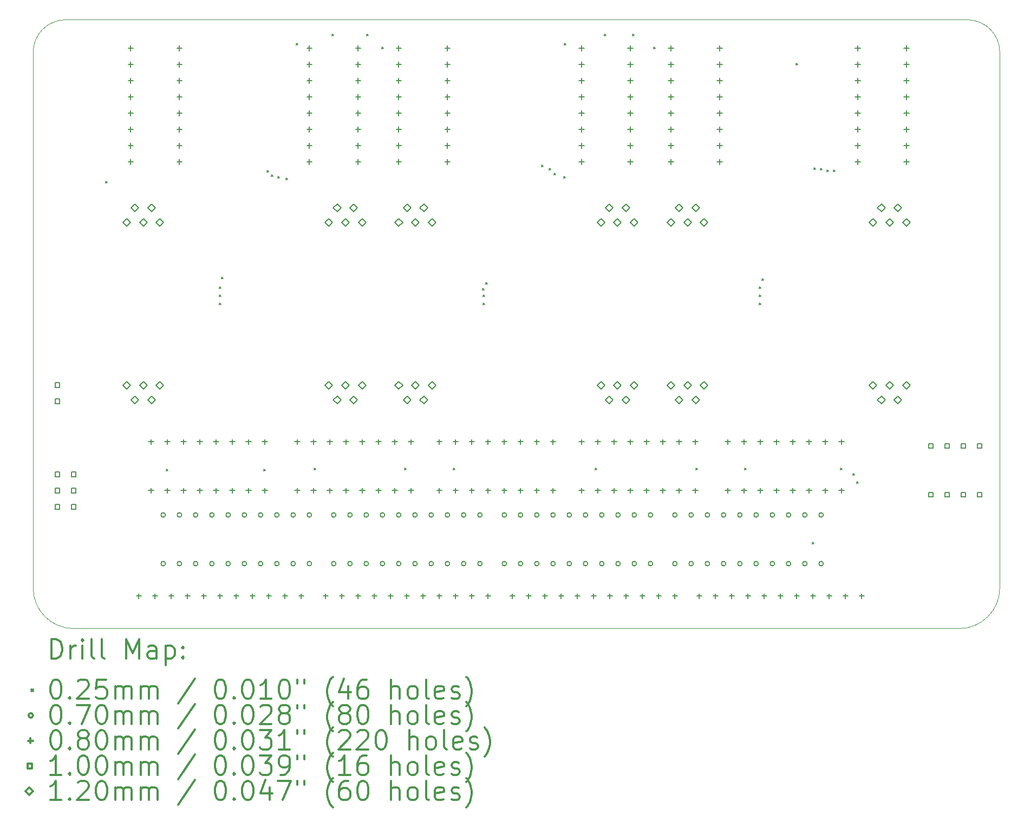
<source format=gbr>
%FSLAX45Y45*%
G04 Gerber Fmt 4.5, Leading zero omitted, Abs format (unit mm)*
G04 Created by KiCad (PCBNEW (5.1.8)-1) date 2021-01-13 10:36:35*
%MOMM*%
%LPD*%
G01*
G04 APERTURE LIST*
%TA.AperFunction,Profile*%
%ADD10C,0.050000*%
%TD*%
%ADD11C,0.200000*%
%ADD12C,0.300000*%
G04 APERTURE END LIST*
D10*
X13335000Y-1778000D02*
X13335000Y-10160000D01*
X27940000Y-1270000D02*
X13843000Y-1270000D01*
X28448000Y-1778000D02*
X28448000Y-10160000D01*
X13970000Y-10795000D02*
X27813000Y-10795000D01*
X13335000Y-1778000D02*
G75*
G02*
X13843000Y-1270000I508000J0D01*
G01*
X27940000Y-1270000D02*
G75*
G02*
X28448000Y-1778000I0J-508000D01*
G01*
X13970000Y-10795000D02*
G75*
G02*
X13335000Y-10160000I0J635000D01*
G01*
X28448000Y-10160000D02*
G75*
G02*
X27813000Y-10795000I-635000J0D01*
G01*
D11*
X14465300Y-3797300D02*
X14490700Y-3822700D01*
X14490700Y-3797300D02*
X14465300Y-3822700D01*
X15417800Y-8305800D02*
X15443200Y-8331200D01*
X15443200Y-8305800D02*
X15417800Y-8331200D01*
X16243300Y-5448300D02*
X16268700Y-5473700D01*
X16268700Y-5448300D02*
X16243300Y-5473700D01*
X16243300Y-5575300D02*
X16268700Y-5600700D01*
X16268700Y-5575300D02*
X16243300Y-5600700D01*
X16243300Y-5702300D02*
X16268700Y-5727700D01*
X16268700Y-5702300D02*
X16243300Y-5727700D01*
X16281063Y-5295900D02*
X16306463Y-5321300D01*
X16306463Y-5295900D02*
X16281063Y-5321300D01*
X16941800Y-8305800D02*
X16967200Y-8331200D01*
X16967200Y-8305800D02*
X16941800Y-8331200D01*
X16986250Y-3625850D02*
X17011650Y-3651250D01*
X17011650Y-3625850D02*
X16986250Y-3651250D01*
X17056100Y-3695700D02*
X17081500Y-3721100D01*
X17081500Y-3695700D02*
X17056100Y-3721100D01*
X17157700Y-3721100D02*
X17183100Y-3746500D01*
X17183100Y-3721100D02*
X17157700Y-3746500D01*
X17284700Y-3746500D02*
X17310100Y-3771900D01*
X17310100Y-3746500D02*
X17284700Y-3771900D01*
X17449800Y-1638300D02*
X17475200Y-1663700D01*
X17475200Y-1638300D02*
X17449800Y-1663700D01*
X17728800Y-8280800D02*
X17754200Y-8306200D01*
X17754200Y-8280800D02*
X17728800Y-8306200D01*
X18006399Y-1496399D02*
X18031799Y-1521799D01*
X18031799Y-1496399D02*
X18006399Y-1521799D01*
X18544201Y-1496399D02*
X18569601Y-1521799D01*
X18569601Y-1496399D02*
X18544201Y-1521799D01*
X18783300Y-1701800D02*
X18808700Y-1727200D01*
X18808700Y-1701800D02*
X18783300Y-1727200D01*
X19139300Y-8280800D02*
X19164700Y-8306200D01*
X19164700Y-8280800D02*
X19139300Y-8306200D01*
X19901300Y-8280800D02*
X19926700Y-8306200D01*
X19926700Y-8280800D02*
X19901300Y-8306200D01*
X20358100Y-5473700D02*
X20383500Y-5499100D01*
X20383500Y-5473700D02*
X20358100Y-5499100D01*
X20370800Y-5575300D02*
X20396200Y-5600700D01*
X20396200Y-5575300D02*
X20370800Y-5600700D01*
X20370800Y-5702300D02*
X20396200Y-5727700D01*
X20396200Y-5702300D02*
X20370800Y-5727700D01*
X20408563Y-5384800D02*
X20433963Y-5410200D01*
X20433963Y-5384800D02*
X20408563Y-5410200D01*
X21285511Y-3543300D02*
X21310911Y-3568700D01*
X21310911Y-3543300D02*
X21285511Y-3568700D01*
X21399500Y-3594100D02*
X21424900Y-3619500D01*
X21424900Y-3594100D02*
X21399500Y-3619500D01*
X21475700Y-3670300D02*
X21501100Y-3695700D01*
X21501100Y-3670300D02*
X21475700Y-3695700D01*
X21628100Y-3721100D02*
X21653500Y-3746500D01*
X21653500Y-3721100D02*
X21628100Y-3746500D01*
X21640800Y-1638300D02*
X21666200Y-1663700D01*
X21666200Y-1638300D02*
X21640800Y-1663700D01*
X22123800Y-8280800D02*
X22149200Y-8306200D01*
X22149200Y-8280800D02*
X22123800Y-8306200D01*
X22260899Y-1496399D02*
X22286299Y-1521799D01*
X22286299Y-1496399D02*
X22260899Y-1521799D01*
X22705399Y-1496399D02*
X22730799Y-1521799D01*
X22730799Y-1496399D02*
X22705399Y-1521799D01*
X23037800Y-1701800D02*
X23063200Y-1727200D01*
X23063200Y-1701800D02*
X23037800Y-1727200D01*
X23697800Y-8280800D02*
X23723200Y-8306200D01*
X23723200Y-8280800D02*
X23697800Y-8306200D01*
X24459800Y-8280800D02*
X24485200Y-8306200D01*
X24485200Y-8280800D02*
X24459800Y-8306200D01*
X24688800Y-5448300D02*
X24714200Y-5473700D01*
X24714200Y-5448300D02*
X24688800Y-5473700D01*
X24688800Y-5575300D02*
X24714200Y-5600700D01*
X24714200Y-5575300D02*
X24688800Y-5600700D01*
X24688800Y-5702300D02*
X24714200Y-5727700D01*
X24714200Y-5702300D02*
X24688800Y-5727700D01*
X24726563Y-5321300D02*
X24751963Y-5346700D01*
X24751963Y-5321300D02*
X24726563Y-5346700D01*
X25260300Y-1955800D02*
X25285700Y-1981200D01*
X25285700Y-1955800D02*
X25260300Y-1981200D01*
X25514300Y-9448800D02*
X25539700Y-9474200D01*
X25539700Y-9448800D02*
X25514300Y-9474200D01*
X25540011Y-3582622D02*
X25565411Y-3608022D01*
X25565411Y-3582622D02*
X25540011Y-3608022D01*
X25641300Y-3594100D02*
X25666700Y-3619500D01*
X25666700Y-3594100D02*
X25641300Y-3619500D01*
X25742900Y-3619500D02*
X25768300Y-3644900D01*
X25768300Y-3619500D02*
X25742900Y-3644900D01*
X25844500Y-3619500D02*
X25869900Y-3644900D01*
X25869900Y-3619500D02*
X25844500Y-3644900D01*
X25958800Y-8281599D02*
X25984200Y-8306999D01*
X25984200Y-8281599D02*
X25958800Y-8306999D01*
X26149300Y-8369300D02*
X26174700Y-8394700D01*
X26174700Y-8369300D02*
X26149300Y-8394700D01*
X26212800Y-8496300D02*
X26238200Y-8521700D01*
X26238200Y-8496300D02*
X26212800Y-8521700D01*
X18069000Y-9017000D02*
G75*
G03*
X18069000Y-9017000I-35000J0D01*
G01*
X18069000Y-9779000D02*
G75*
G03*
X18069000Y-9779000I-35000J0D01*
G01*
X18323000Y-9017000D02*
G75*
G03*
X18323000Y-9017000I-35000J0D01*
G01*
X18323000Y-9779000D02*
G75*
G03*
X18323000Y-9779000I-35000J0D01*
G01*
X18577000Y-9017000D02*
G75*
G03*
X18577000Y-9017000I-35000J0D01*
G01*
X18577000Y-9779000D02*
G75*
G03*
X18577000Y-9779000I-35000J0D01*
G01*
X18831000Y-9017000D02*
G75*
G03*
X18831000Y-9017000I-35000J0D01*
G01*
X18831000Y-9779000D02*
G75*
G03*
X18831000Y-9779000I-35000J0D01*
G01*
X19085000Y-9017000D02*
G75*
G03*
X19085000Y-9017000I-35000J0D01*
G01*
X19085000Y-9779000D02*
G75*
G03*
X19085000Y-9779000I-35000J0D01*
G01*
X19339000Y-9017000D02*
G75*
G03*
X19339000Y-9017000I-35000J0D01*
G01*
X19339000Y-9779000D02*
G75*
G03*
X19339000Y-9779000I-35000J0D01*
G01*
X19593000Y-9017000D02*
G75*
G03*
X19593000Y-9017000I-35000J0D01*
G01*
X19593000Y-9779000D02*
G75*
G03*
X19593000Y-9779000I-35000J0D01*
G01*
X19847000Y-9017000D02*
G75*
G03*
X19847000Y-9017000I-35000J0D01*
G01*
X19847000Y-9779000D02*
G75*
G03*
X19847000Y-9779000I-35000J0D01*
G01*
X20101000Y-9017000D02*
G75*
G03*
X20101000Y-9017000I-35000J0D01*
G01*
X20101000Y-9779000D02*
G75*
G03*
X20101000Y-9779000I-35000J0D01*
G01*
X20355000Y-9017000D02*
G75*
G03*
X20355000Y-9017000I-35000J0D01*
G01*
X20355000Y-9779000D02*
G75*
G03*
X20355000Y-9779000I-35000J0D01*
G01*
X23403000Y-9017000D02*
G75*
G03*
X23403000Y-9017000I-35000J0D01*
G01*
X23403000Y-9779000D02*
G75*
G03*
X23403000Y-9779000I-35000J0D01*
G01*
X23657000Y-9017000D02*
G75*
G03*
X23657000Y-9017000I-35000J0D01*
G01*
X23657000Y-9779000D02*
G75*
G03*
X23657000Y-9779000I-35000J0D01*
G01*
X23911000Y-9017000D02*
G75*
G03*
X23911000Y-9017000I-35000J0D01*
G01*
X23911000Y-9779000D02*
G75*
G03*
X23911000Y-9779000I-35000J0D01*
G01*
X24165000Y-9017000D02*
G75*
G03*
X24165000Y-9017000I-35000J0D01*
G01*
X24165000Y-9779000D02*
G75*
G03*
X24165000Y-9779000I-35000J0D01*
G01*
X24419000Y-9017000D02*
G75*
G03*
X24419000Y-9017000I-35000J0D01*
G01*
X24419000Y-9779000D02*
G75*
G03*
X24419000Y-9779000I-35000J0D01*
G01*
X24673000Y-9017000D02*
G75*
G03*
X24673000Y-9017000I-35000J0D01*
G01*
X24673000Y-9779000D02*
G75*
G03*
X24673000Y-9779000I-35000J0D01*
G01*
X24927000Y-9017000D02*
G75*
G03*
X24927000Y-9017000I-35000J0D01*
G01*
X24927000Y-9779000D02*
G75*
G03*
X24927000Y-9779000I-35000J0D01*
G01*
X25181000Y-9017000D02*
G75*
G03*
X25181000Y-9017000I-35000J0D01*
G01*
X25181000Y-9779000D02*
G75*
G03*
X25181000Y-9779000I-35000J0D01*
G01*
X25435000Y-9017000D02*
G75*
G03*
X25435000Y-9017000I-35000J0D01*
G01*
X25435000Y-9779000D02*
G75*
G03*
X25435000Y-9779000I-35000J0D01*
G01*
X25689000Y-9017000D02*
G75*
G03*
X25689000Y-9017000I-35000J0D01*
G01*
X25689000Y-9779000D02*
G75*
G03*
X25689000Y-9779000I-35000J0D01*
G01*
X20736000Y-9017000D02*
G75*
G03*
X20736000Y-9017000I-35000J0D01*
G01*
X20736000Y-9779000D02*
G75*
G03*
X20736000Y-9779000I-35000J0D01*
G01*
X20990000Y-9017000D02*
G75*
G03*
X20990000Y-9017000I-35000J0D01*
G01*
X20990000Y-9779000D02*
G75*
G03*
X20990000Y-9779000I-35000J0D01*
G01*
X21244000Y-9017000D02*
G75*
G03*
X21244000Y-9017000I-35000J0D01*
G01*
X21244000Y-9779000D02*
G75*
G03*
X21244000Y-9779000I-35000J0D01*
G01*
X21498000Y-9017000D02*
G75*
G03*
X21498000Y-9017000I-35000J0D01*
G01*
X21498000Y-9779000D02*
G75*
G03*
X21498000Y-9779000I-35000J0D01*
G01*
X21752000Y-9017000D02*
G75*
G03*
X21752000Y-9017000I-35000J0D01*
G01*
X21752000Y-9779000D02*
G75*
G03*
X21752000Y-9779000I-35000J0D01*
G01*
X22006000Y-9017000D02*
G75*
G03*
X22006000Y-9017000I-35000J0D01*
G01*
X22006000Y-9779000D02*
G75*
G03*
X22006000Y-9779000I-35000J0D01*
G01*
X22260000Y-9017000D02*
G75*
G03*
X22260000Y-9017000I-35000J0D01*
G01*
X22260000Y-9779000D02*
G75*
G03*
X22260000Y-9779000I-35000J0D01*
G01*
X22514000Y-9017000D02*
G75*
G03*
X22514000Y-9017000I-35000J0D01*
G01*
X22514000Y-9779000D02*
G75*
G03*
X22514000Y-9779000I-35000J0D01*
G01*
X22768000Y-9017000D02*
G75*
G03*
X22768000Y-9017000I-35000J0D01*
G01*
X22768000Y-9779000D02*
G75*
G03*
X22768000Y-9779000I-35000J0D01*
G01*
X23022000Y-9017000D02*
G75*
G03*
X23022000Y-9017000I-35000J0D01*
G01*
X23022000Y-9779000D02*
G75*
G03*
X23022000Y-9779000I-35000J0D01*
G01*
X15402000Y-9017000D02*
G75*
G03*
X15402000Y-9017000I-35000J0D01*
G01*
X15402000Y-9779000D02*
G75*
G03*
X15402000Y-9779000I-35000J0D01*
G01*
X15656000Y-9017000D02*
G75*
G03*
X15656000Y-9017000I-35000J0D01*
G01*
X15656000Y-9779000D02*
G75*
G03*
X15656000Y-9779000I-35000J0D01*
G01*
X15910000Y-9017000D02*
G75*
G03*
X15910000Y-9017000I-35000J0D01*
G01*
X15910000Y-9779000D02*
G75*
G03*
X15910000Y-9779000I-35000J0D01*
G01*
X16164000Y-9017000D02*
G75*
G03*
X16164000Y-9017000I-35000J0D01*
G01*
X16164000Y-9779000D02*
G75*
G03*
X16164000Y-9779000I-35000J0D01*
G01*
X16418000Y-9017000D02*
G75*
G03*
X16418000Y-9017000I-35000J0D01*
G01*
X16418000Y-9779000D02*
G75*
G03*
X16418000Y-9779000I-35000J0D01*
G01*
X16672000Y-9017000D02*
G75*
G03*
X16672000Y-9017000I-35000J0D01*
G01*
X16672000Y-9779000D02*
G75*
G03*
X16672000Y-9779000I-35000J0D01*
G01*
X16926000Y-9017000D02*
G75*
G03*
X16926000Y-9017000I-35000J0D01*
G01*
X16926000Y-9779000D02*
G75*
G03*
X16926000Y-9779000I-35000J0D01*
G01*
X17180000Y-9017000D02*
G75*
G03*
X17180000Y-9017000I-35000J0D01*
G01*
X17180000Y-9779000D02*
G75*
G03*
X17180000Y-9779000I-35000J0D01*
G01*
X17434000Y-9017000D02*
G75*
G03*
X17434000Y-9017000I-35000J0D01*
G01*
X17434000Y-9779000D02*
G75*
G03*
X17434000Y-9779000I-35000J0D01*
G01*
X17688000Y-9017000D02*
G75*
G03*
X17688000Y-9017000I-35000J0D01*
G01*
X17688000Y-9779000D02*
G75*
G03*
X17688000Y-9779000I-35000J0D01*
G01*
X17462500Y-7834000D02*
X17462500Y-7914000D01*
X17422500Y-7874000D02*
X17502500Y-7874000D01*
X17462500Y-8596000D02*
X17462500Y-8676000D01*
X17422500Y-8636000D02*
X17502500Y-8636000D01*
X17716500Y-7834000D02*
X17716500Y-7914000D01*
X17676500Y-7874000D02*
X17756500Y-7874000D01*
X17716500Y-8596000D02*
X17716500Y-8676000D01*
X17676500Y-8636000D02*
X17756500Y-8636000D01*
X17970500Y-7834000D02*
X17970500Y-7914000D01*
X17930500Y-7874000D02*
X18010500Y-7874000D01*
X17970500Y-8596000D02*
X17970500Y-8676000D01*
X17930500Y-8636000D02*
X18010500Y-8636000D01*
X18224500Y-7834000D02*
X18224500Y-7914000D01*
X18184500Y-7874000D02*
X18264500Y-7874000D01*
X18224500Y-8596000D02*
X18224500Y-8676000D01*
X18184500Y-8636000D02*
X18264500Y-8636000D01*
X18478500Y-7834000D02*
X18478500Y-7914000D01*
X18438500Y-7874000D02*
X18518500Y-7874000D01*
X18478500Y-8596000D02*
X18478500Y-8676000D01*
X18438500Y-8636000D02*
X18518500Y-8636000D01*
X18732500Y-7834000D02*
X18732500Y-7914000D01*
X18692500Y-7874000D02*
X18772500Y-7874000D01*
X18732500Y-8596000D02*
X18732500Y-8676000D01*
X18692500Y-8636000D02*
X18772500Y-8636000D01*
X18986500Y-7834000D02*
X18986500Y-7914000D01*
X18946500Y-7874000D02*
X19026500Y-7874000D01*
X18986500Y-8596000D02*
X18986500Y-8676000D01*
X18946500Y-8636000D02*
X19026500Y-8636000D01*
X19240500Y-7834000D02*
X19240500Y-7914000D01*
X19200500Y-7874000D02*
X19280500Y-7874000D01*
X19240500Y-8596000D02*
X19240500Y-8676000D01*
X19200500Y-8636000D02*
X19280500Y-8636000D01*
X17653000Y-1674500D02*
X17653000Y-1754500D01*
X17613000Y-1714500D02*
X17693000Y-1714500D01*
X17653000Y-1928500D02*
X17653000Y-2008500D01*
X17613000Y-1968500D02*
X17693000Y-1968500D01*
X17653000Y-2182500D02*
X17653000Y-2262500D01*
X17613000Y-2222500D02*
X17693000Y-2222500D01*
X17653000Y-2436500D02*
X17653000Y-2516500D01*
X17613000Y-2476500D02*
X17693000Y-2476500D01*
X17653000Y-2690500D02*
X17653000Y-2770500D01*
X17613000Y-2730500D02*
X17693000Y-2730500D01*
X17653000Y-2944500D02*
X17653000Y-3024500D01*
X17613000Y-2984500D02*
X17693000Y-2984500D01*
X17653000Y-3198500D02*
X17653000Y-3278500D01*
X17613000Y-3238500D02*
X17693000Y-3238500D01*
X17653000Y-3452500D02*
X17653000Y-3532500D01*
X17613000Y-3492500D02*
X17693000Y-3492500D01*
X18415000Y-1674500D02*
X18415000Y-1754500D01*
X18375000Y-1714500D02*
X18455000Y-1714500D01*
X18415000Y-1928500D02*
X18415000Y-2008500D01*
X18375000Y-1968500D02*
X18455000Y-1968500D01*
X18415000Y-2182500D02*
X18415000Y-2262500D01*
X18375000Y-2222500D02*
X18455000Y-2222500D01*
X18415000Y-2436500D02*
X18415000Y-2516500D01*
X18375000Y-2476500D02*
X18455000Y-2476500D01*
X18415000Y-2690500D02*
X18415000Y-2770500D01*
X18375000Y-2730500D02*
X18455000Y-2730500D01*
X18415000Y-2944500D02*
X18415000Y-3024500D01*
X18375000Y-2984500D02*
X18455000Y-2984500D01*
X18415000Y-3198500D02*
X18415000Y-3278500D01*
X18375000Y-3238500D02*
X18455000Y-3238500D01*
X18415000Y-3452500D02*
X18415000Y-3532500D01*
X18375000Y-3492500D02*
X18455000Y-3492500D01*
X20828000Y-10247000D02*
X20828000Y-10327000D01*
X20788000Y-10287000D02*
X20868000Y-10287000D01*
X21082000Y-10247000D02*
X21082000Y-10327000D01*
X21042000Y-10287000D02*
X21122000Y-10287000D01*
X21336000Y-10247000D02*
X21336000Y-10327000D01*
X21296000Y-10287000D02*
X21376000Y-10287000D01*
X21590000Y-10247000D02*
X21590000Y-10327000D01*
X21550000Y-10287000D02*
X21630000Y-10287000D01*
X21844000Y-10247000D02*
X21844000Y-10327000D01*
X21804000Y-10287000D02*
X21884000Y-10287000D01*
X22098000Y-10247000D02*
X22098000Y-10327000D01*
X22058000Y-10287000D02*
X22138000Y-10287000D01*
X22352000Y-10247000D02*
X22352000Y-10327000D01*
X22312000Y-10287000D02*
X22392000Y-10287000D01*
X22606000Y-10247000D02*
X22606000Y-10327000D01*
X22566000Y-10287000D02*
X22646000Y-10287000D01*
X22860000Y-10247000D02*
X22860000Y-10327000D01*
X22820000Y-10287000D02*
X22900000Y-10287000D01*
X23114000Y-10247000D02*
X23114000Y-10327000D01*
X23074000Y-10287000D02*
X23154000Y-10287000D01*
X23368000Y-10247000D02*
X23368000Y-10327000D01*
X23328000Y-10287000D02*
X23408000Y-10287000D01*
X23749000Y-10247000D02*
X23749000Y-10327000D01*
X23709000Y-10287000D02*
X23789000Y-10287000D01*
X24003000Y-10247000D02*
X24003000Y-10327000D01*
X23963000Y-10287000D02*
X24043000Y-10287000D01*
X24257000Y-10247000D02*
X24257000Y-10327000D01*
X24217000Y-10287000D02*
X24297000Y-10287000D01*
X24511000Y-10247000D02*
X24511000Y-10327000D01*
X24471000Y-10287000D02*
X24551000Y-10287000D01*
X24765000Y-10247000D02*
X24765000Y-10327000D01*
X24725000Y-10287000D02*
X24805000Y-10287000D01*
X25019000Y-10247000D02*
X25019000Y-10327000D01*
X24979000Y-10287000D02*
X25059000Y-10287000D01*
X25273000Y-10247000D02*
X25273000Y-10327000D01*
X25233000Y-10287000D02*
X25313000Y-10287000D01*
X25527000Y-10247000D02*
X25527000Y-10327000D01*
X25487000Y-10287000D02*
X25567000Y-10287000D01*
X25781000Y-10247000D02*
X25781000Y-10327000D01*
X25741000Y-10287000D02*
X25821000Y-10287000D01*
X26035000Y-10247000D02*
X26035000Y-10327000D01*
X25995000Y-10287000D02*
X26075000Y-10287000D01*
X26289000Y-10247000D02*
X26289000Y-10327000D01*
X26249000Y-10287000D02*
X26329000Y-10287000D01*
X14859000Y-1674500D02*
X14859000Y-1754500D01*
X14819000Y-1714500D02*
X14899000Y-1714500D01*
X14859000Y-1928500D02*
X14859000Y-2008500D01*
X14819000Y-1968500D02*
X14899000Y-1968500D01*
X14859000Y-2182500D02*
X14859000Y-2262500D01*
X14819000Y-2222500D02*
X14899000Y-2222500D01*
X14859000Y-2436500D02*
X14859000Y-2516500D01*
X14819000Y-2476500D02*
X14899000Y-2476500D01*
X14859000Y-2690500D02*
X14859000Y-2770500D01*
X14819000Y-2730500D02*
X14899000Y-2730500D01*
X14859000Y-2944500D02*
X14859000Y-3024500D01*
X14819000Y-2984500D02*
X14899000Y-2984500D01*
X14859000Y-3198500D02*
X14859000Y-3278500D01*
X14819000Y-3238500D02*
X14899000Y-3238500D01*
X14859000Y-3452500D02*
X14859000Y-3532500D01*
X14819000Y-3492500D02*
X14899000Y-3492500D01*
X15621000Y-1674500D02*
X15621000Y-1754500D01*
X15581000Y-1714500D02*
X15661000Y-1714500D01*
X15621000Y-1928500D02*
X15621000Y-2008500D01*
X15581000Y-1968500D02*
X15661000Y-1968500D01*
X15621000Y-2182500D02*
X15621000Y-2262500D01*
X15581000Y-2222500D02*
X15661000Y-2222500D01*
X15621000Y-2436500D02*
X15621000Y-2516500D01*
X15581000Y-2476500D02*
X15661000Y-2476500D01*
X15621000Y-2690500D02*
X15621000Y-2770500D01*
X15581000Y-2730500D02*
X15661000Y-2730500D01*
X15621000Y-2944500D02*
X15621000Y-3024500D01*
X15581000Y-2984500D02*
X15661000Y-2984500D01*
X15621000Y-3198500D02*
X15621000Y-3278500D01*
X15581000Y-3238500D02*
X15661000Y-3238500D01*
X15621000Y-3452500D02*
X15621000Y-3532500D01*
X15581000Y-3492500D02*
X15661000Y-3492500D01*
X23304500Y-1674500D02*
X23304500Y-1754500D01*
X23264500Y-1714500D02*
X23344500Y-1714500D01*
X23304500Y-1928500D02*
X23304500Y-2008500D01*
X23264500Y-1968500D02*
X23344500Y-1968500D01*
X23304500Y-2182500D02*
X23304500Y-2262500D01*
X23264500Y-2222500D02*
X23344500Y-2222500D01*
X23304500Y-2436500D02*
X23304500Y-2516500D01*
X23264500Y-2476500D02*
X23344500Y-2476500D01*
X23304500Y-2690500D02*
X23304500Y-2770500D01*
X23264500Y-2730500D02*
X23344500Y-2730500D01*
X23304500Y-2944500D02*
X23304500Y-3024500D01*
X23264500Y-2984500D02*
X23344500Y-2984500D01*
X23304500Y-3198500D02*
X23304500Y-3278500D01*
X23264500Y-3238500D02*
X23344500Y-3238500D01*
X23304500Y-3452500D02*
X23304500Y-3532500D01*
X23264500Y-3492500D02*
X23344500Y-3492500D01*
X24066500Y-1674500D02*
X24066500Y-1754500D01*
X24026500Y-1714500D02*
X24106500Y-1714500D01*
X24066500Y-1928500D02*
X24066500Y-2008500D01*
X24026500Y-1968500D02*
X24106500Y-1968500D01*
X24066500Y-2182500D02*
X24066500Y-2262500D01*
X24026500Y-2222500D02*
X24106500Y-2222500D01*
X24066500Y-2436500D02*
X24066500Y-2516500D01*
X24026500Y-2476500D02*
X24106500Y-2476500D01*
X24066500Y-2690500D02*
X24066500Y-2770500D01*
X24026500Y-2730500D02*
X24106500Y-2730500D01*
X24066500Y-2944500D02*
X24066500Y-3024500D01*
X24026500Y-2984500D02*
X24106500Y-2984500D01*
X24066500Y-3198500D02*
X24066500Y-3278500D01*
X24026500Y-3238500D02*
X24106500Y-3238500D01*
X24066500Y-3452500D02*
X24066500Y-3532500D01*
X24026500Y-3492500D02*
X24106500Y-3492500D01*
X14986000Y-10247000D02*
X14986000Y-10327000D01*
X14946000Y-10287000D02*
X15026000Y-10287000D01*
X15240000Y-10247000D02*
X15240000Y-10327000D01*
X15200000Y-10287000D02*
X15280000Y-10287000D01*
X15494000Y-10247000D02*
X15494000Y-10327000D01*
X15454000Y-10287000D02*
X15534000Y-10287000D01*
X15748000Y-10247000D02*
X15748000Y-10327000D01*
X15708000Y-10287000D02*
X15788000Y-10287000D01*
X16002000Y-10247000D02*
X16002000Y-10327000D01*
X15962000Y-10287000D02*
X16042000Y-10287000D01*
X16256000Y-10247000D02*
X16256000Y-10327000D01*
X16216000Y-10287000D02*
X16296000Y-10287000D01*
X16510000Y-10247000D02*
X16510000Y-10327000D01*
X16470000Y-10287000D02*
X16550000Y-10287000D01*
X16764000Y-10247000D02*
X16764000Y-10327000D01*
X16724000Y-10287000D02*
X16804000Y-10287000D01*
X17018000Y-10247000D02*
X17018000Y-10327000D01*
X16978000Y-10287000D02*
X17058000Y-10287000D01*
X17272000Y-10247000D02*
X17272000Y-10327000D01*
X17232000Y-10287000D02*
X17312000Y-10287000D01*
X17526000Y-10247000D02*
X17526000Y-10327000D01*
X17486000Y-10287000D02*
X17566000Y-10287000D01*
X17907000Y-10247000D02*
X17907000Y-10327000D01*
X17867000Y-10287000D02*
X17947000Y-10287000D01*
X18161000Y-10247000D02*
X18161000Y-10327000D01*
X18121000Y-10287000D02*
X18201000Y-10287000D01*
X18415000Y-10247000D02*
X18415000Y-10327000D01*
X18375000Y-10287000D02*
X18455000Y-10287000D01*
X18669000Y-10247000D02*
X18669000Y-10327000D01*
X18629000Y-10287000D02*
X18709000Y-10287000D01*
X18923000Y-10247000D02*
X18923000Y-10327000D01*
X18883000Y-10287000D02*
X18963000Y-10287000D01*
X19177000Y-10247000D02*
X19177000Y-10327000D01*
X19137000Y-10287000D02*
X19217000Y-10287000D01*
X19431000Y-10247000D02*
X19431000Y-10327000D01*
X19391000Y-10287000D02*
X19471000Y-10287000D01*
X19685000Y-10247000D02*
X19685000Y-10327000D01*
X19645000Y-10287000D02*
X19725000Y-10287000D01*
X19939000Y-10247000D02*
X19939000Y-10327000D01*
X19899000Y-10287000D02*
X19979000Y-10287000D01*
X20193000Y-10247000D02*
X20193000Y-10327000D01*
X20153000Y-10287000D02*
X20233000Y-10287000D01*
X20447000Y-10247000D02*
X20447000Y-10327000D01*
X20407000Y-10287000D02*
X20487000Y-10287000D01*
X21907500Y-1674500D02*
X21907500Y-1754500D01*
X21867500Y-1714500D02*
X21947500Y-1714500D01*
X21907500Y-1928500D02*
X21907500Y-2008500D01*
X21867500Y-1968500D02*
X21947500Y-1968500D01*
X21907500Y-2182500D02*
X21907500Y-2262500D01*
X21867500Y-2222500D02*
X21947500Y-2222500D01*
X21907500Y-2436500D02*
X21907500Y-2516500D01*
X21867500Y-2476500D02*
X21947500Y-2476500D01*
X21907500Y-2690500D02*
X21907500Y-2770500D01*
X21867500Y-2730500D02*
X21947500Y-2730500D01*
X21907500Y-2944500D02*
X21907500Y-3024500D01*
X21867500Y-2984500D02*
X21947500Y-2984500D01*
X21907500Y-3198500D02*
X21907500Y-3278500D01*
X21867500Y-3238500D02*
X21947500Y-3238500D01*
X21907500Y-3452500D02*
X21907500Y-3532500D01*
X21867500Y-3492500D02*
X21947500Y-3492500D01*
X22669500Y-1674500D02*
X22669500Y-1754500D01*
X22629500Y-1714500D02*
X22709500Y-1714500D01*
X22669500Y-1928500D02*
X22669500Y-2008500D01*
X22629500Y-1968500D02*
X22709500Y-1968500D01*
X22669500Y-2182500D02*
X22669500Y-2262500D01*
X22629500Y-2222500D02*
X22709500Y-2222500D01*
X22669500Y-2436500D02*
X22669500Y-2516500D01*
X22629500Y-2476500D02*
X22709500Y-2476500D01*
X22669500Y-2690500D02*
X22669500Y-2770500D01*
X22629500Y-2730500D02*
X22709500Y-2730500D01*
X22669500Y-2944500D02*
X22669500Y-3024500D01*
X22629500Y-2984500D02*
X22709500Y-2984500D01*
X22669500Y-3198500D02*
X22669500Y-3278500D01*
X22629500Y-3238500D02*
X22709500Y-3238500D01*
X22669500Y-3452500D02*
X22669500Y-3532500D01*
X22629500Y-3492500D02*
X22709500Y-3492500D01*
X19685000Y-7834000D02*
X19685000Y-7914000D01*
X19645000Y-7874000D02*
X19725000Y-7874000D01*
X19685000Y-8596000D02*
X19685000Y-8676000D01*
X19645000Y-8636000D02*
X19725000Y-8636000D01*
X19939000Y-7834000D02*
X19939000Y-7914000D01*
X19899000Y-7874000D02*
X19979000Y-7874000D01*
X19939000Y-8596000D02*
X19939000Y-8676000D01*
X19899000Y-8636000D02*
X19979000Y-8636000D01*
X20193000Y-7834000D02*
X20193000Y-7914000D01*
X20153000Y-7874000D02*
X20233000Y-7874000D01*
X20193000Y-8596000D02*
X20193000Y-8676000D01*
X20153000Y-8636000D02*
X20233000Y-8636000D01*
X20447000Y-7834000D02*
X20447000Y-7914000D01*
X20407000Y-7874000D02*
X20487000Y-7874000D01*
X20447000Y-8596000D02*
X20447000Y-8676000D01*
X20407000Y-8636000D02*
X20487000Y-8636000D01*
X20701000Y-7834000D02*
X20701000Y-7914000D01*
X20661000Y-7874000D02*
X20741000Y-7874000D01*
X20701000Y-8596000D02*
X20701000Y-8676000D01*
X20661000Y-8636000D02*
X20741000Y-8636000D01*
X20955000Y-7834000D02*
X20955000Y-7914000D01*
X20915000Y-7874000D02*
X20995000Y-7874000D01*
X20955000Y-8596000D02*
X20955000Y-8676000D01*
X20915000Y-8636000D02*
X20995000Y-8636000D01*
X21209000Y-7834000D02*
X21209000Y-7914000D01*
X21169000Y-7874000D02*
X21249000Y-7874000D01*
X21209000Y-8596000D02*
X21209000Y-8676000D01*
X21169000Y-8636000D02*
X21249000Y-8636000D01*
X21463000Y-7834000D02*
X21463000Y-7914000D01*
X21423000Y-7874000D02*
X21503000Y-7874000D01*
X21463000Y-8596000D02*
X21463000Y-8676000D01*
X21423000Y-8636000D02*
X21503000Y-8636000D01*
X24193500Y-7834000D02*
X24193500Y-7914000D01*
X24153500Y-7874000D02*
X24233500Y-7874000D01*
X24193500Y-8596000D02*
X24193500Y-8676000D01*
X24153500Y-8636000D02*
X24233500Y-8636000D01*
X24447500Y-7834000D02*
X24447500Y-7914000D01*
X24407500Y-7874000D02*
X24487500Y-7874000D01*
X24447500Y-8596000D02*
X24447500Y-8676000D01*
X24407500Y-8636000D02*
X24487500Y-8636000D01*
X24701500Y-7834000D02*
X24701500Y-7914000D01*
X24661500Y-7874000D02*
X24741500Y-7874000D01*
X24701500Y-8596000D02*
X24701500Y-8676000D01*
X24661500Y-8636000D02*
X24741500Y-8636000D01*
X24955500Y-7834000D02*
X24955500Y-7914000D01*
X24915500Y-7874000D02*
X24995500Y-7874000D01*
X24955500Y-8596000D02*
X24955500Y-8676000D01*
X24915500Y-8636000D02*
X24995500Y-8636000D01*
X25209500Y-7834000D02*
X25209500Y-7914000D01*
X25169500Y-7874000D02*
X25249500Y-7874000D01*
X25209500Y-8596000D02*
X25209500Y-8676000D01*
X25169500Y-8636000D02*
X25249500Y-8636000D01*
X25463500Y-7834000D02*
X25463500Y-7914000D01*
X25423500Y-7874000D02*
X25503500Y-7874000D01*
X25463500Y-8596000D02*
X25463500Y-8676000D01*
X25423500Y-8636000D02*
X25503500Y-8636000D01*
X25717500Y-7834000D02*
X25717500Y-7914000D01*
X25677500Y-7874000D02*
X25757500Y-7874000D01*
X25717500Y-8596000D02*
X25717500Y-8676000D01*
X25677500Y-8636000D02*
X25757500Y-8636000D01*
X25971500Y-7834000D02*
X25971500Y-7914000D01*
X25931500Y-7874000D02*
X26011500Y-7874000D01*
X25971500Y-8596000D02*
X25971500Y-8676000D01*
X25931500Y-8636000D02*
X26011500Y-8636000D01*
X26225500Y-1674500D02*
X26225500Y-1754500D01*
X26185500Y-1714500D02*
X26265500Y-1714500D01*
X26225500Y-1928500D02*
X26225500Y-2008500D01*
X26185500Y-1968500D02*
X26265500Y-1968500D01*
X26225500Y-2182500D02*
X26225500Y-2262500D01*
X26185500Y-2222500D02*
X26265500Y-2222500D01*
X26225500Y-2436500D02*
X26225500Y-2516500D01*
X26185500Y-2476500D02*
X26265500Y-2476500D01*
X26225500Y-2690500D02*
X26225500Y-2770500D01*
X26185500Y-2730500D02*
X26265500Y-2730500D01*
X26225500Y-2944500D02*
X26225500Y-3024500D01*
X26185500Y-2984500D02*
X26265500Y-2984500D01*
X26225500Y-3198500D02*
X26225500Y-3278500D01*
X26185500Y-3238500D02*
X26265500Y-3238500D01*
X26225500Y-3452500D02*
X26225500Y-3532500D01*
X26185500Y-3492500D02*
X26265500Y-3492500D01*
X26987500Y-1674500D02*
X26987500Y-1754500D01*
X26947500Y-1714500D02*
X27027500Y-1714500D01*
X26987500Y-1928500D02*
X26987500Y-2008500D01*
X26947500Y-1968500D02*
X27027500Y-1968500D01*
X26987500Y-2182500D02*
X26987500Y-2262500D01*
X26947500Y-2222500D02*
X27027500Y-2222500D01*
X26987500Y-2436500D02*
X26987500Y-2516500D01*
X26947500Y-2476500D02*
X27027500Y-2476500D01*
X26987500Y-2690500D02*
X26987500Y-2770500D01*
X26947500Y-2730500D02*
X27027500Y-2730500D01*
X26987500Y-2944500D02*
X26987500Y-3024500D01*
X26947500Y-2984500D02*
X27027500Y-2984500D01*
X26987500Y-3198500D02*
X26987500Y-3278500D01*
X26947500Y-3238500D02*
X27027500Y-3238500D01*
X26987500Y-3452500D02*
X26987500Y-3532500D01*
X26947500Y-3492500D02*
X27027500Y-3492500D01*
X15176500Y-7834000D02*
X15176500Y-7914000D01*
X15136500Y-7874000D02*
X15216500Y-7874000D01*
X15176500Y-8596000D02*
X15176500Y-8676000D01*
X15136500Y-8636000D02*
X15216500Y-8636000D01*
X15430500Y-7834000D02*
X15430500Y-7914000D01*
X15390500Y-7874000D02*
X15470500Y-7874000D01*
X15430500Y-8596000D02*
X15430500Y-8676000D01*
X15390500Y-8636000D02*
X15470500Y-8636000D01*
X15684500Y-7834000D02*
X15684500Y-7914000D01*
X15644500Y-7874000D02*
X15724500Y-7874000D01*
X15684500Y-8596000D02*
X15684500Y-8676000D01*
X15644500Y-8636000D02*
X15724500Y-8636000D01*
X15938500Y-7834000D02*
X15938500Y-7914000D01*
X15898500Y-7874000D02*
X15978500Y-7874000D01*
X15938500Y-8596000D02*
X15938500Y-8676000D01*
X15898500Y-8636000D02*
X15978500Y-8636000D01*
X16192500Y-7834000D02*
X16192500Y-7914000D01*
X16152500Y-7874000D02*
X16232500Y-7874000D01*
X16192500Y-8596000D02*
X16192500Y-8676000D01*
X16152500Y-8636000D02*
X16232500Y-8636000D01*
X16446500Y-7834000D02*
X16446500Y-7914000D01*
X16406500Y-7874000D02*
X16486500Y-7874000D01*
X16446500Y-8596000D02*
X16446500Y-8676000D01*
X16406500Y-8636000D02*
X16486500Y-8636000D01*
X16700500Y-7834000D02*
X16700500Y-7914000D01*
X16660500Y-7874000D02*
X16740500Y-7874000D01*
X16700500Y-8596000D02*
X16700500Y-8676000D01*
X16660500Y-8636000D02*
X16740500Y-8636000D01*
X16954500Y-7834000D02*
X16954500Y-7914000D01*
X16914500Y-7874000D02*
X16994500Y-7874000D01*
X16954500Y-8596000D02*
X16954500Y-8676000D01*
X16914500Y-8636000D02*
X16994500Y-8636000D01*
X19050000Y-1674500D02*
X19050000Y-1754500D01*
X19010000Y-1714500D02*
X19090000Y-1714500D01*
X19050000Y-1928500D02*
X19050000Y-2008500D01*
X19010000Y-1968500D02*
X19090000Y-1968500D01*
X19050000Y-2182500D02*
X19050000Y-2262500D01*
X19010000Y-2222500D02*
X19090000Y-2222500D01*
X19050000Y-2436500D02*
X19050000Y-2516500D01*
X19010000Y-2476500D02*
X19090000Y-2476500D01*
X19050000Y-2690500D02*
X19050000Y-2770500D01*
X19010000Y-2730500D02*
X19090000Y-2730500D01*
X19050000Y-2944500D02*
X19050000Y-3024500D01*
X19010000Y-2984500D02*
X19090000Y-2984500D01*
X19050000Y-3198500D02*
X19050000Y-3278500D01*
X19010000Y-3238500D02*
X19090000Y-3238500D01*
X19050000Y-3452500D02*
X19050000Y-3532500D01*
X19010000Y-3492500D02*
X19090000Y-3492500D01*
X19812000Y-1674500D02*
X19812000Y-1754500D01*
X19772000Y-1714500D02*
X19852000Y-1714500D01*
X19812000Y-1928500D02*
X19812000Y-2008500D01*
X19772000Y-1968500D02*
X19852000Y-1968500D01*
X19812000Y-2182500D02*
X19812000Y-2262500D01*
X19772000Y-2222500D02*
X19852000Y-2222500D01*
X19812000Y-2436500D02*
X19812000Y-2516500D01*
X19772000Y-2476500D02*
X19852000Y-2476500D01*
X19812000Y-2690500D02*
X19812000Y-2770500D01*
X19772000Y-2730500D02*
X19852000Y-2730500D01*
X19812000Y-2944500D02*
X19812000Y-3024500D01*
X19772000Y-2984500D02*
X19852000Y-2984500D01*
X19812000Y-3198500D02*
X19812000Y-3278500D01*
X19772000Y-3238500D02*
X19852000Y-3238500D01*
X19812000Y-3452500D02*
X19812000Y-3532500D01*
X19772000Y-3492500D02*
X19852000Y-3492500D01*
X21907500Y-7834000D02*
X21907500Y-7914000D01*
X21867500Y-7874000D02*
X21947500Y-7874000D01*
X21907500Y-8596000D02*
X21907500Y-8676000D01*
X21867500Y-8636000D02*
X21947500Y-8636000D01*
X22161500Y-7834000D02*
X22161500Y-7914000D01*
X22121500Y-7874000D02*
X22201500Y-7874000D01*
X22161500Y-8596000D02*
X22161500Y-8676000D01*
X22121500Y-8636000D02*
X22201500Y-8636000D01*
X22415500Y-7834000D02*
X22415500Y-7914000D01*
X22375500Y-7874000D02*
X22455500Y-7874000D01*
X22415500Y-8596000D02*
X22415500Y-8676000D01*
X22375500Y-8636000D02*
X22455500Y-8636000D01*
X22669500Y-7834000D02*
X22669500Y-7914000D01*
X22629500Y-7874000D02*
X22709500Y-7874000D01*
X22669500Y-8596000D02*
X22669500Y-8676000D01*
X22629500Y-8636000D02*
X22709500Y-8636000D01*
X22923500Y-7834000D02*
X22923500Y-7914000D01*
X22883500Y-7874000D02*
X22963500Y-7874000D01*
X22923500Y-8596000D02*
X22923500Y-8676000D01*
X22883500Y-8636000D02*
X22963500Y-8636000D01*
X23177500Y-7834000D02*
X23177500Y-7914000D01*
X23137500Y-7874000D02*
X23217500Y-7874000D01*
X23177500Y-8596000D02*
X23177500Y-8676000D01*
X23137500Y-8636000D02*
X23217500Y-8636000D01*
X23431500Y-7834000D02*
X23431500Y-7914000D01*
X23391500Y-7874000D02*
X23471500Y-7874000D01*
X23431500Y-8596000D02*
X23431500Y-8676000D01*
X23391500Y-8636000D02*
X23471500Y-8636000D01*
X23685500Y-7834000D02*
X23685500Y-7914000D01*
X23645500Y-7874000D02*
X23725500Y-7874000D01*
X23685500Y-8596000D02*
X23685500Y-8676000D01*
X23645500Y-8636000D02*
X23725500Y-8636000D01*
X27403856Y-7972856D02*
X27403856Y-7902144D01*
X27333144Y-7902144D01*
X27333144Y-7972856D01*
X27403856Y-7972856D01*
X27403856Y-8734856D02*
X27403856Y-8664144D01*
X27333144Y-8664144D01*
X27333144Y-8734856D01*
X27403856Y-8734856D01*
X27657856Y-7972856D02*
X27657856Y-7902144D01*
X27587144Y-7902144D01*
X27587144Y-7972856D01*
X27657856Y-7972856D01*
X27657856Y-8734856D02*
X27657856Y-8664144D01*
X27587144Y-8664144D01*
X27587144Y-8734856D01*
X27657856Y-8734856D01*
X27911856Y-7972856D02*
X27911856Y-7902144D01*
X27841144Y-7902144D01*
X27841144Y-7972856D01*
X27911856Y-7972856D01*
X27911856Y-8734856D02*
X27911856Y-8664144D01*
X27841144Y-8664144D01*
X27841144Y-8734856D01*
X27911856Y-8734856D01*
X28165856Y-7972856D02*
X28165856Y-7902144D01*
X28095144Y-7902144D01*
X28095144Y-7972856D01*
X28165856Y-7972856D01*
X28165856Y-8734856D02*
X28165856Y-8664144D01*
X28095144Y-8664144D01*
X28095144Y-8734856D01*
X28165856Y-8734856D01*
X13751356Y-7020356D02*
X13751356Y-6949644D01*
X13680644Y-6949644D01*
X13680644Y-7020356D01*
X13751356Y-7020356D01*
X13751356Y-7274356D02*
X13751356Y-7203644D01*
X13680644Y-7203644D01*
X13680644Y-7274356D01*
X13751356Y-7274356D01*
X13751356Y-8417356D02*
X13751356Y-8346644D01*
X13680644Y-8346644D01*
X13680644Y-8417356D01*
X13751356Y-8417356D01*
X13751356Y-8671356D02*
X13751356Y-8600644D01*
X13680644Y-8600644D01*
X13680644Y-8671356D01*
X13751356Y-8671356D01*
X13751356Y-8925356D02*
X13751356Y-8854644D01*
X13680644Y-8854644D01*
X13680644Y-8925356D01*
X13751356Y-8925356D01*
X14005356Y-8417356D02*
X14005356Y-8346644D01*
X13934644Y-8346644D01*
X13934644Y-8417356D01*
X14005356Y-8417356D01*
X14005356Y-8671356D02*
X14005356Y-8600644D01*
X13934644Y-8600644D01*
X13934644Y-8671356D01*
X14005356Y-8671356D01*
X14005356Y-8925356D02*
X14005356Y-8854644D01*
X13934644Y-8854644D01*
X13934644Y-8925356D01*
X14005356Y-8925356D01*
X14797000Y-4500000D02*
X14857000Y-4440000D01*
X14797000Y-4380000D01*
X14737000Y-4440000D01*
X14797000Y-4500000D01*
X14797000Y-7050000D02*
X14857000Y-6990000D01*
X14797000Y-6930000D01*
X14737000Y-6990000D01*
X14797000Y-7050000D01*
X14927000Y-4270000D02*
X14987000Y-4210000D01*
X14927000Y-4150000D01*
X14867000Y-4210000D01*
X14927000Y-4270000D01*
X14927000Y-7280000D02*
X14987000Y-7220000D01*
X14927000Y-7160000D01*
X14867000Y-7220000D01*
X14927000Y-7280000D01*
X15057000Y-4500000D02*
X15117000Y-4440000D01*
X15057000Y-4380000D01*
X14997000Y-4440000D01*
X15057000Y-4500000D01*
X15057000Y-7050000D02*
X15117000Y-6990000D01*
X15057000Y-6930000D01*
X14997000Y-6990000D01*
X15057000Y-7050000D01*
X15187000Y-4270000D02*
X15247000Y-4210000D01*
X15187000Y-4150000D01*
X15127000Y-4210000D01*
X15187000Y-4270000D01*
X15187000Y-7280000D02*
X15247000Y-7220000D01*
X15187000Y-7160000D01*
X15127000Y-7220000D01*
X15187000Y-7280000D01*
X15317000Y-4500000D02*
X15377000Y-4440000D01*
X15317000Y-4380000D01*
X15257000Y-4440000D01*
X15317000Y-4500000D01*
X15317000Y-7050000D02*
X15377000Y-6990000D01*
X15317000Y-6930000D01*
X15257000Y-6990000D01*
X15317000Y-7050000D01*
X17957000Y-4500000D02*
X18017000Y-4440000D01*
X17957000Y-4380000D01*
X17897000Y-4440000D01*
X17957000Y-4500000D01*
X17957000Y-7050000D02*
X18017000Y-6990000D01*
X17957000Y-6930000D01*
X17897000Y-6990000D01*
X17957000Y-7050000D01*
X18087000Y-4270000D02*
X18147000Y-4210000D01*
X18087000Y-4150000D01*
X18027000Y-4210000D01*
X18087000Y-4270000D01*
X18087000Y-7280000D02*
X18147000Y-7220000D01*
X18087000Y-7160000D01*
X18027000Y-7220000D01*
X18087000Y-7280000D01*
X18217000Y-4500000D02*
X18277000Y-4440000D01*
X18217000Y-4380000D01*
X18157000Y-4440000D01*
X18217000Y-4500000D01*
X18217000Y-7050000D02*
X18277000Y-6990000D01*
X18217000Y-6930000D01*
X18157000Y-6990000D01*
X18217000Y-7050000D01*
X18347000Y-4270000D02*
X18407000Y-4210000D01*
X18347000Y-4150000D01*
X18287000Y-4210000D01*
X18347000Y-4270000D01*
X18347000Y-7280000D02*
X18407000Y-7220000D01*
X18347000Y-7160000D01*
X18287000Y-7220000D01*
X18347000Y-7280000D01*
X18477000Y-4500000D02*
X18537000Y-4440000D01*
X18477000Y-4380000D01*
X18417000Y-4440000D01*
X18477000Y-4500000D01*
X18477000Y-7050000D02*
X18537000Y-6990000D01*
X18477000Y-6930000D01*
X18417000Y-6990000D01*
X18477000Y-7050000D01*
X23306000Y-4500000D02*
X23366000Y-4440000D01*
X23306000Y-4380000D01*
X23246000Y-4440000D01*
X23306000Y-4500000D01*
X23306000Y-7050000D02*
X23366000Y-6990000D01*
X23306000Y-6930000D01*
X23246000Y-6990000D01*
X23306000Y-7050000D01*
X23436000Y-4270000D02*
X23496000Y-4210000D01*
X23436000Y-4150000D01*
X23376000Y-4210000D01*
X23436000Y-4270000D01*
X23436000Y-7280000D02*
X23496000Y-7220000D01*
X23436000Y-7160000D01*
X23376000Y-7220000D01*
X23436000Y-7280000D01*
X23566000Y-4500000D02*
X23626000Y-4440000D01*
X23566000Y-4380000D01*
X23506000Y-4440000D01*
X23566000Y-4500000D01*
X23566000Y-7050000D02*
X23626000Y-6990000D01*
X23566000Y-6930000D01*
X23506000Y-6990000D01*
X23566000Y-7050000D01*
X23696000Y-4270000D02*
X23756000Y-4210000D01*
X23696000Y-4150000D01*
X23636000Y-4210000D01*
X23696000Y-4270000D01*
X23696000Y-7280000D02*
X23756000Y-7220000D01*
X23696000Y-7160000D01*
X23636000Y-7220000D01*
X23696000Y-7280000D01*
X23826000Y-4500000D02*
X23886000Y-4440000D01*
X23826000Y-4380000D01*
X23766000Y-4440000D01*
X23826000Y-4500000D01*
X23826000Y-7050000D02*
X23886000Y-6990000D01*
X23826000Y-6930000D01*
X23766000Y-6990000D01*
X23826000Y-7050000D01*
X26466000Y-4500000D02*
X26526000Y-4440000D01*
X26466000Y-4380000D01*
X26406000Y-4440000D01*
X26466000Y-4500000D01*
X26466000Y-7050000D02*
X26526000Y-6990000D01*
X26466000Y-6930000D01*
X26406000Y-6990000D01*
X26466000Y-7050000D01*
X26596000Y-4270000D02*
X26656000Y-4210000D01*
X26596000Y-4150000D01*
X26536000Y-4210000D01*
X26596000Y-4270000D01*
X26596000Y-7280000D02*
X26656000Y-7220000D01*
X26596000Y-7160000D01*
X26536000Y-7220000D01*
X26596000Y-7280000D01*
X26726000Y-4500000D02*
X26786000Y-4440000D01*
X26726000Y-4380000D01*
X26666000Y-4440000D01*
X26726000Y-4500000D01*
X26726000Y-7050000D02*
X26786000Y-6990000D01*
X26726000Y-6930000D01*
X26666000Y-6990000D01*
X26726000Y-7050000D01*
X26856000Y-4270000D02*
X26916000Y-4210000D01*
X26856000Y-4150000D01*
X26796000Y-4210000D01*
X26856000Y-4270000D01*
X26856000Y-7280000D02*
X26916000Y-7220000D01*
X26856000Y-7160000D01*
X26796000Y-7220000D01*
X26856000Y-7280000D01*
X26986000Y-4500000D02*
X27046000Y-4440000D01*
X26986000Y-4380000D01*
X26926000Y-4440000D01*
X26986000Y-4500000D01*
X26986000Y-7050000D02*
X27046000Y-6990000D01*
X26986000Y-6930000D01*
X26926000Y-6990000D01*
X26986000Y-7050000D01*
X19051500Y-4500000D02*
X19111500Y-4440000D01*
X19051500Y-4380000D01*
X18991500Y-4440000D01*
X19051500Y-4500000D01*
X19051500Y-7050000D02*
X19111500Y-6990000D01*
X19051500Y-6930000D01*
X18991500Y-6990000D01*
X19051500Y-7050000D01*
X19181500Y-4270000D02*
X19241500Y-4210000D01*
X19181500Y-4150000D01*
X19121500Y-4210000D01*
X19181500Y-4270000D01*
X19181500Y-7280000D02*
X19241500Y-7220000D01*
X19181500Y-7160000D01*
X19121500Y-7220000D01*
X19181500Y-7280000D01*
X19311500Y-4500000D02*
X19371500Y-4440000D01*
X19311500Y-4380000D01*
X19251500Y-4440000D01*
X19311500Y-4500000D01*
X19311500Y-7050000D02*
X19371500Y-6990000D01*
X19311500Y-6930000D01*
X19251500Y-6990000D01*
X19311500Y-7050000D01*
X19441500Y-4270000D02*
X19501500Y-4210000D01*
X19441500Y-4150000D01*
X19381500Y-4210000D01*
X19441500Y-4270000D01*
X19441500Y-7280000D02*
X19501500Y-7220000D01*
X19441500Y-7160000D01*
X19381500Y-7220000D01*
X19441500Y-7280000D01*
X19571500Y-4500000D02*
X19631500Y-4440000D01*
X19571500Y-4380000D01*
X19511500Y-4440000D01*
X19571500Y-4500000D01*
X19571500Y-7050000D02*
X19631500Y-6990000D01*
X19571500Y-6930000D01*
X19511500Y-6990000D01*
X19571500Y-7050000D01*
X22211500Y-4500000D02*
X22271500Y-4440000D01*
X22211500Y-4380000D01*
X22151500Y-4440000D01*
X22211500Y-4500000D01*
X22211500Y-7050000D02*
X22271500Y-6990000D01*
X22211500Y-6930000D01*
X22151500Y-6990000D01*
X22211500Y-7050000D01*
X22341500Y-4270000D02*
X22401500Y-4210000D01*
X22341500Y-4150000D01*
X22281500Y-4210000D01*
X22341500Y-4270000D01*
X22341500Y-7280000D02*
X22401500Y-7220000D01*
X22341500Y-7160000D01*
X22281500Y-7220000D01*
X22341500Y-7280000D01*
X22471500Y-4500000D02*
X22531500Y-4440000D01*
X22471500Y-4380000D01*
X22411500Y-4440000D01*
X22471500Y-4500000D01*
X22471500Y-7050000D02*
X22531500Y-6990000D01*
X22471500Y-6930000D01*
X22411500Y-6990000D01*
X22471500Y-7050000D01*
X22601500Y-4270000D02*
X22661500Y-4210000D01*
X22601500Y-4150000D01*
X22541500Y-4210000D01*
X22601500Y-4270000D01*
X22601500Y-7280000D02*
X22661500Y-7220000D01*
X22601500Y-7160000D01*
X22541500Y-7220000D01*
X22601500Y-7280000D01*
X22731500Y-4500000D02*
X22791500Y-4440000D01*
X22731500Y-4380000D01*
X22671500Y-4440000D01*
X22731500Y-4500000D01*
X22731500Y-7050000D02*
X22791500Y-6990000D01*
X22731500Y-6930000D01*
X22671500Y-6990000D01*
X22731500Y-7050000D01*
D12*
X13618928Y-11263214D02*
X13618928Y-10963214D01*
X13690357Y-10963214D01*
X13733214Y-10977500D01*
X13761786Y-11006072D01*
X13776071Y-11034643D01*
X13790357Y-11091786D01*
X13790357Y-11134643D01*
X13776071Y-11191786D01*
X13761786Y-11220357D01*
X13733214Y-11248929D01*
X13690357Y-11263214D01*
X13618928Y-11263214D01*
X13918928Y-11263214D02*
X13918928Y-11063214D01*
X13918928Y-11120357D02*
X13933214Y-11091786D01*
X13947500Y-11077500D01*
X13976071Y-11063214D01*
X14004643Y-11063214D01*
X14104643Y-11263214D02*
X14104643Y-11063214D01*
X14104643Y-10963214D02*
X14090357Y-10977500D01*
X14104643Y-10991786D01*
X14118928Y-10977500D01*
X14104643Y-10963214D01*
X14104643Y-10991786D01*
X14290357Y-11263214D02*
X14261786Y-11248929D01*
X14247500Y-11220357D01*
X14247500Y-10963214D01*
X14447500Y-11263214D02*
X14418928Y-11248929D01*
X14404643Y-11220357D01*
X14404643Y-10963214D01*
X14790357Y-11263214D02*
X14790357Y-10963214D01*
X14890357Y-11177500D01*
X14990357Y-10963214D01*
X14990357Y-11263214D01*
X15261786Y-11263214D02*
X15261786Y-11106072D01*
X15247500Y-11077500D01*
X15218928Y-11063214D01*
X15161786Y-11063214D01*
X15133214Y-11077500D01*
X15261786Y-11248929D02*
X15233214Y-11263214D01*
X15161786Y-11263214D01*
X15133214Y-11248929D01*
X15118928Y-11220357D01*
X15118928Y-11191786D01*
X15133214Y-11163214D01*
X15161786Y-11148929D01*
X15233214Y-11148929D01*
X15261786Y-11134643D01*
X15404643Y-11063214D02*
X15404643Y-11363214D01*
X15404643Y-11077500D02*
X15433214Y-11063214D01*
X15490357Y-11063214D01*
X15518928Y-11077500D01*
X15533214Y-11091786D01*
X15547500Y-11120357D01*
X15547500Y-11206071D01*
X15533214Y-11234643D01*
X15518928Y-11248929D01*
X15490357Y-11263214D01*
X15433214Y-11263214D01*
X15404643Y-11248929D01*
X15676071Y-11234643D02*
X15690357Y-11248929D01*
X15676071Y-11263214D01*
X15661786Y-11248929D01*
X15676071Y-11234643D01*
X15676071Y-11263214D01*
X15676071Y-11077500D02*
X15690357Y-11091786D01*
X15676071Y-11106072D01*
X15661786Y-11091786D01*
X15676071Y-11077500D01*
X15676071Y-11106072D01*
X13307100Y-11744800D02*
X13332500Y-11770200D01*
X13332500Y-11744800D02*
X13307100Y-11770200D01*
X13676071Y-11593214D02*
X13704643Y-11593214D01*
X13733214Y-11607500D01*
X13747500Y-11621786D01*
X13761786Y-11650357D01*
X13776071Y-11707500D01*
X13776071Y-11778929D01*
X13761786Y-11836071D01*
X13747500Y-11864643D01*
X13733214Y-11878929D01*
X13704643Y-11893214D01*
X13676071Y-11893214D01*
X13647500Y-11878929D01*
X13633214Y-11864643D01*
X13618928Y-11836071D01*
X13604643Y-11778929D01*
X13604643Y-11707500D01*
X13618928Y-11650357D01*
X13633214Y-11621786D01*
X13647500Y-11607500D01*
X13676071Y-11593214D01*
X13904643Y-11864643D02*
X13918928Y-11878929D01*
X13904643Y-11893214D01*
X13890357Y-11878929D01*
X13904643Y-11864643D01*
X13904643Y-11893214D01*
X14033214Y-11621786D02*
X14047500Y-11607500D01*
X14076071Y-11593214D01*
X14147500Y-11593214D01*
X14176071Y-11607500D01*
X14190357Y-11621786D01*
X14204643Y-11650357D01*
X14204643Y-11678929D01*
X14190357Y-11721786D01*
X14018928Y-11893214D01*
X14204643Y-11893214D01*
X14476071Y-11593214D02*
X14333214Y-11593214D01*
X14318928Y-11736071D01*
X14333214Y-11721786D01*
X14361786Y-11707500D01*
X14433214Y-11707500D01*
X14461786Y-11721786D01*
X14476071Y-11736071D01*
X14490357Y-11764643D01*
X14490357Y-11836071D01*
X14476071Y-11864643D01*
X14461786Y-11878929D01*
X14433214Y-11893214D01*
X14361786Y-11893214D01*
X14333214Y-11878929D01*
X14318928Y-11864643D01*
X14618928Y-11893214D02*
X14618928Y-11693214D01*
X14618928Y-11721786D02*
X14633214Y-11707500D01*
X14661786Y-11693214D01*
X14704643Y-11693214D01*
X14733214Y-11707500D01*
X14747500Y-11736071D01*
X14747500Y-11893214D01*
X14747500Y-11736071D02*
X14761786Y-11707500D01*
X14790357Y-11693214D01*
X14833214Y-11693214D01*
X14861786Y-11707500D01*
X14876071Y-11736071D01*
X14876071Y-11893214D01*
X15018928Y-11893214D02*
X15018928Y-11693214D01*
X15018928Y-11721786D02*
X15033214Y-11707500D01*
X15061786Y-11693214D01*
X15104643Y-11693214D01*
X15133214Y-11707500D01*
X15147500Y-11736071D01*
X15147500Y-11893214D01*
X15147500Y-11736071D02*
X15161786Y-11707500D01*
X15190357Y-11693214D01*
X15233214Y-11693214D01*
X15261786Y-11707500D01*
X15276071Y-11736071D01*
X15276071Y-11893214D01*
X15861786Y-11578929D02*
X15604643Y-11964643D01*
X16247500Y-11593214D02*
X16276071Y-11593214D01*
X16304643Y-11607500D01*
X16318928Y-11621786D01*
X16333214Y-11650357D01*
X16347500Y-11707500D01*
X16347500Y-11778929D01*
X16333214Y-11836071D01*
X16318928Y-11864643D01*
X16304643Y-11878929D01*
X16276071Y-11893214D01*
X16247500Y-11893214D01*
X16218928Y-11878929D01*
X16204643Y-11864643D01*
X16190357Y-11836071D01*
X16176071Y-11778929D01*
X16176071Y-11707500D01*
X16190357Y-11650357D01*
X16204643Y-11621786D01*
X16218928Y-11607500D01*
X16247500Y-11593214D01*
X16476071Y-11864643D02*
X16490357Y-11878929D01*
X16476071Y-11893214D01*
X16461786Y-11878929D01*
X16476071Y-11864643D01*
X16476071Y-11893214D01*
X16676071Y-11593214D02*
X16704643Y-11593214D01*
X16733214Y-11607500D01*
X16747500Y-11621786D01*
X16761786Y-11650357D01*
X16776071Y-11707500D01*
X16776071Y-11778929D01*
X16761786Y-11836071D01*
X16747500Y-11864643D01*
X16733214Y-11878929D01*
X16704643Y-11893214D01*
X16676071Y-11893214D01*
X16647500Y-11878929D01*
X16633214Y-11864643D01*
X16618928Y-11836071D01*
X16604643Y-11778929D01*
X16604643Y-11707500D01*
X16618928Y-11650357D01*
X16633214Y-11621786D01*
X16647500Y-11607500D01*
X16676071Y-11593214D01*
X17061786Y-11893214D02*
X16890357Y-11893214D01*
X16976071Y-11893214D02*
X16976071Y-11593214D01*
X16947500Y-11636071D01*
X16918928Y-11664643D01*
X16890357Y-11678929D01*
X17247500Y-11593214D02*
X17276071Y-11593214D01*
X17304643Y-11607500D01*
X17318928Y-11621786D01*
X17333214Y-11650357D01*
X17347500Y-11707500D01*
X17347500Y-11778929D01*
X17333214Y-11836071D01*
X17318928Y-11864643D01*
X17304643Y-11878929D01*
X17276071Y-11893214D01*
X17247500Y-11893214D01*
X17218928Y-11878929D01*
X17204643Y-11864643D01*
X17190357Y-11836071D01*
X17176071Y-11778929D01*
X17176071Y-11707500D01*
X17190357Y-11650357D01*
X17204643Y-11621786D01*
X17218928Y-11607500D01*
X17247500Y-11593214D01*
X17461786Y-11593214D02*
X17461786Y-11650357D01*
X17576071Y-11593214D02*
X17576071Y-11650357D01*
X18018928Y-12007500D02*
X18004643Y-11993214D01*
X17976071Y-11950357D01*
X17961786Y-11921786D01*
X17947500Y-11878929D01*
X17933214Y-11807500D01*
X17933214Y-11750357D01*
X17947500Y-11678929D01*
X17961786Y-11636071D01*
X17976071Y-11607500D01*
X18004643Y-11564643D01*
X18018928Y-11550357D01*
X18261786Y-11693214D02*
X18261786Y-11893214D01*
X18190357Y-11578929D02*
X18118928Y-11793214D01*
X18304643Y-11793214D01*
X18547500Y-11593214D02*
X18490357Y-11593214D01*
X18461786Y-11607500D01*
X18447500Y-11621786D01*
X18418928Y-11664643D01*
X18404643Y-11721786D01*
X18404643Y-11836071D01*
X18418928Y-11864643D01*
X18433214Y-11878929D01*
X18461786Y-11893214D01*
X18518928Y-11893214D01*
X18547500Y-11878929D01*
X18561786Y-11864643D01*
X18576071Y-11836071D01*
X18576071Y-11764643D01*
X18561786Y-11736071D01*
X18547500Y-11721786D01*
X18518928Y-11707500D01*
X18461786Y-11707500D01*
X18433214Y-11721786D01*
X18418928Y-11736071D01*
X18404643Y-11764643D01*
X18933214Y-11893214D02*
X18933214Y-11593214D01*
X19061786Y-11893214D02*
X19061786Y-11736071D01*
X19047500Y-11707500D01*
X19018928Y-11693214D01*
X18976071Y-11693214D01*
X18947500Y-11707500D01*
X18933214Y-11721786D01*
X19247500Y-11893214D02*
X19218928Y-11878929D01*
X19204643Y-11864643D01*
X19190357Y-11836071D01*
X19190357Y-11750357D01*
X19204643Y-11721786D01*
X19218928Y-11707500D01*
X19247500Y-11693214D01*
X19290357Y-11693214D01*
X19318928Y-11707500D01*
X19333214Y-11721786D01*
X19347500Y-11750357D01*
X19347500Y-11836071D01*
X19333214Y-11864643D01*
X19318928Y-11878929D01*
X19290357Y-11893214D01*
X19247500Y-11893214D01*
X19518928Y-11893214D02*
X19490357Y-11878929D01*
X19476071Y-11850357D01*
X19476071Y-11593214D01*
X19747500Y-11878929D02*
X19718928Y-11893214D01*
X19661786Y-11893214D01*
X19633214Y-11878929D01*
X19618928Y-11850357D01*
X19618928Y-11736071D01*
X19633214Y-11707500D01*
X19661786Y-11693214D01*
X19718928Y-11693214D01*
X19747500Y-11707500D01*
X19761786Y-11736071D01*
X19761786Y-11764643D01*
X19618928Y-11793214D01*
X19876071Y-11878929D02*
X19904643Y-11893214D01*
X19961786Y-11893214D01*
X19990357Y-11878929D01*
X20004643Y-11850357D01*
X20004643Y-11836071D01*
X19990357Y-11807500D01*
X19961786Y-11793214D01*
X19918928Y-11793214D01*
X19890357Y-11778929D01*
X19876071Y-11750357D01*
X19876071Y-11736071D01*
X19890357Y-11707500D01*
X19918928Y-11693214D01*
X19961786Y-11693214D01*
X19990357Y-11707500D01*
X20104643Y-12007500D02*
X20118928Y-11993214D01*
X20147500Y-11950357D01*
X20161786Y-11921786D01*
X20176071Y-11878929D01*
X20190357Y-11807500D01*
X20190357Y-11750357D01*
X20176071Y-11678929D01*
X20161786Y-11636071D01*
X20147500Y-11607500D01*
X20118928Y-11564643D01*
X20104643Y-11550357D01*
X13332500Y-12153500D02*
G75*
G03*
X13332500Y-12153500I-35000J0D01*
G01*
X13676071Y-11989214D02*
X13704643Y-11989214D01*
X13733214Y-12003500D01*
X13747500Y-12017786D01*
X13761786Y-12046357D01*
X13776071Y-12103500D01*
X13776071Y-12174929D01*
X13761786Y-12232071D01*
X13747500Y-12260643D01*
X13733214Y-12274929D01*
X13704643Y-12289214D01*
X13676071Y-12289214D01*
X13647500Y-12274929D01*
X13633214Y-12260643D01*
X13618928Y-12232071D01*
X13604643Y-12174929D01*
X13604643Y-12103500D01*
X13618928Y-12046357D01*
X13633214Y-12017786D01*
X13647500Y-12003500D01*
X13676071Y-11989214D01*
X13904643Y-12260643D02*
X13918928Y-12274929D01*
X13904643Y-12289214D01*
X13890357Y-12274929D01*
X13904643Y-12260643D01*
X13904643Y-12289214D01*
X14018928Y-11989214D02*
X14218928Y-11989214D01*
X14090357Y-12289214D01*
X14390357Y-11989214D02*
X14418928Y-11989214D01*
X14447500Y-12003500D01*
X14461786Y-12017786D01*
X14476071Y-12046357D01*
X14490357Y-12103500D01*
X14490357Y-12174929D01*
X14476071Y-12232071D01*
X14461786Y-12260643D01*
X14447500Y-12274929D01*
X14418928Y-12289214D01*
X14390357Y-12289214D01*
X14361786Y-12274929D01*
X14347500Y-12260643D01*
X14333214Y-12232071D01*
X14318928Y-12174929D01*
X14318928Y-12103500D01*
X14333214Y-12046357D01*
X14347500Y-12017786D01*
X14361786Y-12003500D01*
X14390357Y-11989214D01*
X14618928Y-12289214D02*
X14618928Y-12089214D01*
X14618928Y-12117786D02*
X14633214Y-12103500D01*
X14661786Y-12089214D01*
X14704643Y-12089214D01*
X14733214Y-12103500D01*
X14747500Y-12132071D01*
X14747500Y-12289214D01*
X14747500Y-12132071D02*
X14761786Y-12103500D01*
X14790357Y-12089214D01*
X14833214Y-12089214D01*
X14861786Y-12103500D01*
X14876071Y-12132071D01*
X14876071Y-12289214D01*
X15018928Y-12289214D02*
X15018928Y-12089214D01*
X15018928Y-12117786D02*
X15033214Y-12103500D01*
X15061786Y-12089214D01*
X15104643Y-12089214D01*
X15133214Y-12103500D01*
X15147500Y-12132071D01*
X15147500Y-12289214D01*
X15147500Y-12132071D02*
X15161786Y-12103500D01*
X15190357Y-12089214D01*
X15233214Y-12089214D01*
X15261786Y-12103500D01*
X15276071Y-12132071D01*
X15276071Y-12289214D01*
X15861786Y-11974929D02*
X15604643Y-12360643D01*
X16247500Y-11989214D02*
X16276071Y-11989214D01*
X16304643Y-12003500D01*
X16318928Y-12017786D01*
X16333214Y-12046357D01*
X16347500Y-12103500D01*
X16347500Y-12174929D01*
X16333214Y-12232071D01*
X16318928Y-12260643D01*
X16304643Y-12274929D01*
X16276071Y-12289214D01*
X16247500Y-12289214D01*
X16218928Y-12274929D01*
X16204643Y-12260643D01*
X16190357Y-12232071D01*
X16176071Y-12174929D01*
X16176071Y-12103500D01*
X16190357Y-12046357D01*
X16204643Y-12017786D01*
X16218928Y-12003500D01*
X16247500Y-11989214D01*
X16476071Y-12260643D02*
X16490357Y-12274929D01*
X16476071Y-12289214D01*
X16461786Y-12274929D01*
X16476071Y-12260643D01*
X16476071Y-12289214D01*
X16676071Y-11989214D02*
X16704643Y-11989214D01*
X16733214Y-12003500D01*
X16747500Y-12017786D01*
X16761786Y-12046357D01*
X16776071Y-12103500D01*
X16776071Y-12174929D01*
X16761786Y-12232071D01*
X16747500Y-12260643D01*
X16733214Y-12274929D01*
X16704643Y-12289214D01*
X16676071Y-12289214D01*
X16647500Y-12274929D01*
X16633214Y-12260643D01*
X16618928Y-12232071D01*
X16604643Y-12174929D01*
X16604643Y-12103500D01*
X16618928Y-12046357D01*
X16633214Y-12017786D01*
X16647500Y-12003500D01*
X16676071Y-11989214D01*
X16890357Y-12017786D02*
X16904643Y-12003500D01*
X16933214Y-11989214D01*
X17004643Y-11989214D01*
X17033214Y-12003500D01*
X17047500Y-12017786D01*
X17061786Y-12046357D01*
X17061786Y-12074929D01*
X17047500Y-12117786D01*
X16876071Y-12289214D01*
X17061786Y-12289214D01*
X17233214Y-12117786D02*
X17204643Y-12103500D01*
X17190357Y-12089214D01*
X17176071Y-12060643D01*
X17176071Y-12046357D01*
X17190357Y-12017786D01*
X17204643Y-12003500D01*
X17233214Y-11989214D01*
X17290357Y-11989214D01*
X17318928Y-12003500D01*
X17333214Y-12017786D01*
X17347500Y-12046357D01*
X17347500Y-12060643D01*
X17333214Y-12089214D01*
X17318928Y-12103500D01*
X17290357Y-12117786D01*
X17233214Y-12117786D01*
X17204643Y-12132071D01*
X17190357Y-12146357D01*
X17176071Y-12174929D01*
X17176071Y-12232071D01*
X17190357Y-12260643D01*
X17204643Y-12274929D01*
X17233214Y-12289214D01*
X17290357Y-12289214D01*
X17318928Y-12274929D01*
X17333214Y-12260643D01*
X17347500Y-12232071D01*
X17347500Y-12174929D01*
X17333214Y-12146357D01*
X17318928Y-12132071D01*
X17290357Y-12117786D01*
X17461786Y-11989214D02*
X17461786Y-12046357D01*
X17576071Y-11989214D02*
X17576071Y-12046357D01*
X18018928Y-12403500D02*
X18004643Y-12389214D01*
X17976071Y-12346357D01*
X17961786Y-12317786D01*
X17947500Y-12274929D01*
X17933214Y-12203500D01*
X17933214Y-12146357D01*
X17947500Y-12074929D01*
X17961786Y-12032071D01*
X17976071Y-12003500D01*
X18004643Y-11960643D01*
X18018928Y-11946357D01*
X18176071Y-12117786D02*
X18147500Y-12103500D01*
X18133214Y-12089214D01*
X18118928Y-12060643D01*
X18118928Y-12046357D01*
X18133214Y-12017786D01*
X18147500Y-12003500D01*
X18176071Y-11989214D01*
X18233214Y-11989214D01*
X18261786Y-12003500D01*
X18276071Y-12017786D01*
X18290357Y-12046357D01*
X18290357Y-12060643D01*
X18276071Y-12089214D01*
X18261786Y-12103500D01*
X18233214Y-12117786D01*
X18176071Y-12117786D01*
X18147500Y-12132071D01*
X18133214Y-12146357D01*
X18118928Y-12174929D01*
X18118928Y-12232071D01*
X18133214Y-12260643D01*
X18147500Y-12274929D01*
X18176071Y-12289214D01*
X18233214Y-12289214D01*
X18261786Y-12274929D01*
X18276071Y-12260643D01*
X18290357Y-12232071D01*
X18290357Y-12174929D01*
X18276071Y-12146357D01*
X18261786Y-12132071D01*
X18233214Y-12117786D01*
X18476071Y-11989214D02*
X18504643Y-11989214D01*
X18533214Y-12003500D01*
X18547500Y-12017786D01*
X18561786Y-12046357D01*
X18576071Y-12103500D01*
X18576071Y-12174929D01*
X18561786Y-12232071D01*
X18547500Y-12260643D01*
X18533214Y-12274929D01*
X18504643Y-12289214D01*
X18476071Y-12289214D01*
X18447500Y-12274929D01*
X18433214Y-12260643D01*
X18418928Y-12232071D01*
X18404643Y-12174929D01*
X18404643Y-12103500D01*
X18418928Y-12046357D01*
X18433214Y-12017786D01*
X18447500Y-12003500D01*
X18476071Y-11989214D01*
X18933214Y-12289214D02*
X18933214Y-11989214D01*
X19061786Y-12289214D02*
X19061786Y-12132071D01*
X19047500Y-12103500D01*
X19018928Y-12089214D01*
X18976071Y-12089214D01*
X18947500Y-12103500D01*
X18933214Y-12117786D01*
X19247500Y-12289214D02*
X19218928Y-12274929D01*
X19204643Y-12260643D01*
X19190357Y-12232071D01*
X19190357Y-12146357D01*
X19204643Y-12117786D01*
X19218928Y-12103500D01*
X19247500Y-12089214D01*
X19290357Y-12089214D01*
X19318928Y-12103500D01*
X19333214Y-12117786D01*
X19347500Y-12146357D01*
X19347500Y-12232071D01*
X19333214Y-12260643D01*
X19318928Y-12274929D01*
X19290357Y-12289214D01*
X19247500Y-12289214D01*
X19518928Y-12289214D02*
X19490357Y-12274929D01*
X19476071Y-12246357D01*
X19476071Y-11989214D01*
X19747500Y-12274929D02*
X19718928Y-12289214D01*
X19661786Y-12289214D01*
X19633214Y-12274929D01*
X19618928Y-12246357D01*
X19618928Y-12132071D01*
X19633214Y-12103500D01*
X19661786Y-12089214D01*
X19718928Y-12089214D01*
X19747500Y-12103500D01*
X19761786Y-12132071D01*
X19761786Y-12160643D01*
X19618928Y-12189214D01*
X19876071Y-12274929D02*
X19904643Y-12289214D01*
X19961786Y-12289214D01*
X19990357Y-12274929D01*
X20004643Y-12246357D01*
X20004643Y-12232071D01*
X19990357Y-12203500D01*
X19961786Y-12189214D01*
X19918928Y-12189214D01*
X19890357Y-12174929D01*
X19876071Y-12146357D01*
X19876071Y-12132071D01*
X19890357Y-12103500D01*
X19918928Y-12089214D01*
X19961786Y-12089214D01*
X19990357Y-12103500D01*
X20104643Y-12403500D02*
X20118928Y-12389214D01*
X20147500Y-12346357D01*
X20161786Y-12317786D01*
X20176071Y-12274929D01*
X20190357Y-12203500D01*
X20190357Y-12146357D01*
X20176071Y-12074929D01*
X20161786Y-12032071D01*
X20147500Y-12003500D01*
X20118928Y-11960643D01*
X20104643Y-11946357D01*
X13292500Y-12509500D02*
X13292500Y-12589500D01*
X13252500Y-12549500D02*
X13332500Y-12549500D01*
X13676071Y-12385214D02*
X13704643Y-12385214D01*
X13733214Y-12399500D01*
X13747500Y-12413786D01*
X13761786Y-12442357D01*
X13776071Y-12499500D01*
X13776071Y-12570929D01*
X13761786Y-12628071D01*
X13747500Y-12656643D01*
X13733214Y-12670929D01*
X13704643Y-12685214D01*
X13676071Y-12685214D01*
X13647500Y-12670929D01*
X13633214Y-12656643D01*
X13618928Y-12628071D01*
X13604643Y-12570929D01*
X13604643Y-12499500D01*
X13618928Y-12442357D01*
X13633214Y-12413786D01*
X13647500Y-12399500D01*
X13676071Y-12385214D01*
X13904643Y-12656643D02*
X13918928Y-12670929D01*
X13904643Y-12685214D01*
X13890357Y-12670929D01*
X13904643Y-12656643D01*
X13904643Y-12685214D01*
X14090357Y-12513786D02*
X14061786Y-12499500D01*
X14047500Y-12485214D01*
X14033214Y-12456643D01*
X14033214Y-12442357D01*
X14047500Y-12413786D01*
X14061786Y-12399500D01*
X14090357Y-12385214D01*
X14147500Y-12385214D01*
X14176071Y-12399500D01*
X14190357Y-12413786D01*
X14204643Y-12442357D01*
X14204643Y-12456643D01*
X14190357Y-12485214D01*
X14176071Y-12499500D01*
X14147500Y-12513786D01*
X14090357Y-12513786D01*
X14061786Y-12528071D01*
X14047500Y-12542357D01*
X14033214Y-12570929D01*
X14033214Y-12628071D01*
X14047500Y-12656643D01*
X14061786Y-12670929D01*
X14090357Y-12685214D01*
X14147500Y-12685214D01*
X14176071Y-12670929D01*
X14190357Y-12656643D01*
X14204643Y-12628071D01*
X14204643Y-12570929D01*
X14190357Y-12542357D01*
X14176071Y-12528071D01*
X14147500Y-12513786D01*
X14390357Y-12385214D02*
X14418928Y-12385214D01*
X14447500Y-12399500D01*
X14461786Y-12413786D01*
X14476071Y-12442357D01*
X14490357Y-12499500D01*
X14490357Y-12570929D01*
X14476071Y-12628071D01*
X14461786Y-12656643D01*
X14447500Y-12670929D01*
X14418928Y-12685214D01*
X14390357Y-12685214D01*
X14361786Y-12670929D01*
X14347500Y-12656643D01*
X14333214Y-12628071D01*
X14318928Y-12570929D01*
X14318928Y-12499500D01*
X14333214Y-12442357D01*
X14347500Y-12413786D01*
X14361786Y-12399500D01*
X14390357Y-12385214D01*
X14618928Y-12685214D02*
X14618928Y-12485214D01*
X14618928Y-12513786D02*
X14633214Y-12499500D01*
X14661786Y-12485214D01*
X14704643Y-12485214D01*
X14733214Y-12499500D01*
X14747500Y-12528071D01*
X14747500Y-12685214D01*
X14747500Y-12528071D02*
X14761786Y-12499500D01*
X14790357Y-12485214D01*
X14833214Y-12485214D01*
X14861786Y-12499500D01*
X14876071Y-12528071D01*
X14876071Y-12685214D01*
X15018928Y-12685214D02*
X15018928Y-12485214D01*
X15018928Y-12513786D02*
X15033214Y-12499500D01*
X15061786Y-12485214D01*
X15104643Y-12485214D01*
X15133214Y-12499500D01*
X15147500Y-12528071D01*
X15147500Y-12685214D01*
X15147500Y-12528071D02*
X15161786Y-12499500D01*
X15190357Y-12485214D01*
X15233214Y-12485214D01*
X15261786Y-12499500D01*
X15276071Y-12528071D01*
X15276071Y-12685214D01*
X15861786Y-12370929D02*
X15604643Y-12756643D01*
X16247500Y-12385214D02*
X16276071Y-12385214D01*
X16304643Y-12399500D01*
X16318928Y-12413786D01*
X16333214Y-12442357D01*
X16347500Y-12499500D01*
X16347500Y-12570929D01*
X16333214Y-12628071D01*
X16318928Y-12656643D01*
X16304643Y-12670929D01*
X16276071Y-12685214D01*
X16247500Y-12685214D01*
X16218928Y-12670929D01*
X16204643Y-12656643D01*
X16190357Y-12628071D01*
X16176071Y-12570929D01*
X16176071Y-12499500D01*
X16190357Y-12442357D01*
X16204643Y-12413786D01*
X16218928Y-12399500D01*
X16247500Y-12385214D01*
X16476071Y-12656643D02*
X16490357Y-12670929D01*
X16476071Y-12685214D01*
X16461786Y-12670929D01*
X16476071Y-12656643D01*
X16476071Y-12685214D01*
X16676071Y-12385214D02*
X16704643Y-12385214D01*
X16733214Y-12399500D01*
X16747500Y-12413786D01*
X16761786Y-12442357D01*
X16776071Y-12499500D01*
X16776071Y-12570929D01*
X16761786Y-12628071D01*
X16747500Y-12656643D01*
X16733214Y-12670929D01*
X16704643Y-12685214D01*
X16676071Y-12685214D01*
X16647500Y-12670929D01*
X16633214Y-12656643D01*
X16618928Y-12628071D01*
X16604643Y-12570929D01*
X16604643Y-12499500D01*
X16618928Y-12442357D01*
X16633214Y-12413786D01*
X16647500Y-12399500D01*
X16676071Y-12385214D01*
X16876071Y-12385214D02*
X17061786Y-12385214D01*
X16961786Y-12499500D01*
X17004643Y-12499500D01*
X17033214Y-12513786D01*
X17047500Y-12528071D01*
X17061786Y-12556643D01*
X17061786Y-12628071D01*
X17047500Y-12656643D01*
X17033214Y-12670929D01*
X17004643Y-12685214D01*
X16918928Y-12685214D01*
X16890357Y-12670929D01*
X16876071Y-12656643D01*
X17347500Y-12685214D02*
X17176071Y-12685214D01*
X17261786Y-12685214D02*
X17261786Y-12385214D01*
X17233214Y-12428071D01*
X17204643Y-12456643D01*
X17176071Y-12470929D01*
X17461786Y-12385214D02*
X17461786Y-12442357D01*
X17576071Y-12385214D02*
X17576071Y-12442357D01*
X18018928Y-12799500D02*
X18004643Y-12785214D01*
X17976071Y-12742357D01*
X17961786Y-12713786D01*
X17947500Y-12670929D01*
X17933214Y-12599500D01*
X17933214Y-12542357D01*
X17947500Y-12470929D01*
X17961786Y-12428071D01*
X17976071Y-12399500D01*
X18004643Y-12356643D01*
X18018928Y-12342357D01*
X18118928Y-12413786D02*
X18133214Y-12399500D01*
X18161786Y-12385214D01*
X18233214Y-12385214D01*
X18261786Y-12399500D01*
X18276071Y-12413786D01*
X18290357Y-12442357D01*
X18290357Y-12470929D01*
X18276071Y-12513786D01*
X18104643Y-12685214D01*
X18290357Y-12685214D01*
X18404643Y-12413786D02*
X18418928Y-12399500D01*
X18447500Y-12385214D01*
X18518928Y-12385214D01*
X18547500Y-12399500D01*
X18561786Y-12413786D01*
X18576071Y-12442357D01*
X18576071Y-12470929D01*
X18561786Y-12513786D01*
X18390357Y-12685214D01*
X18576071Y-12685214D01*
X18761786Y-12385214D02*
X18790357Y-12385214D01*
X18818928Y-12399500D01*
X18833214Y-12413786D01*
X18847500Y-12442357D01*
X18861786Y-12499500D01*
X18861786Y-12570929D01*
X18847500Y-12628071D01*
X18833214Y-12656643D01*
X18818928Y-12670929D01*
X18790357Y-12685214D01*
X18761786Y-12685214D01*
X18733214Y-12670929D01*
X18718928Y-12656643D01*
X18704643Y-12628071D01*
X18690357Y-12570929D01*
X18690357Y-12499500D01*
X18704643Y-12442357D01*
X18718928Y-12413786D01*
X18733214Y-12399500D01*
X18761786Y-12385214D01*
X19218928Y-12685214D02*
X19218928Y-12385214D01*
X19347500Y-12685214D02*
X19347500Y-12528071D01*
X19333214Y-12499500D01*
X19304643Y-12485214D01*
X19261786Y-12485214D01*
X19233214Y-12499500D01*
X19218928Y-12513786D01*
X19533214Y-12685214D02*
X19504643Y-12670929D01*
X19490357Y-12656643D01*
X19476071Y-12628071D01*
X19476071Y-12542357D01*
X19490357Y-12513786D01*
X19504643Y-12499500D01*
X19533214Y-12485214D01*
X19576071Y-12485214D01*
X19604643Y-12499500D01*
X19618928Y-12513786D01*
X19633214Y-12542357D01*
X19633214Y-12628071D01*
X19618928Y-12656643D01*
X19604643Y-12670929D01*
X19576071Y-12685214D01*
X19533214Y-12685214D01*
X19804643Y-12685214D02*
X19776071Y-12670929D01*
X19761786Y-12642357D01*
X19761786Y-12385214D01*
X20033214Y-12670929D02*
X20004643Y-12685214D01*
X19947500Y-12685214D01*
X19918928Y-12670929D01*
X19904643Y-12642357D01*
X19904643Y-12528071D01*
X19918928Y-12499500D01*
X19947500Y-12485214D01*
X20004643Y-12485214D01*
X20033214Y-12499500D01*
X20047500Y-12528071D01*
X20047500Y-12556643D01*
X19904643Y-12585214D01*
X20161786Y-12670929D02*
X20190357Y-12685214D01*
X20247500Y-12685214D01*
X20276071Y-12670929D01*
X20290357Y-12642357D01*
X20290357Y-12628071D01*
X20276071Y-12599500D01*
X20247500Y-12585214D01*
X20204643Y-12585214D01*
X20176071Y-12570929D01*
X20161786Y-12542357D01*
X20161786Y-12528071D01*
X20176071Y-12499500D01*
X20204643Y-12485214D01*
X20247500Y-12485214D01*
X20276071Y-12499500D01*
X20390357Y-12799500D02*
X20404643Y-12785214D01*
X20433214Y-12742357D01*
X20447500Y-12713786D01*
X20461786Y-12670929D01*
X20476071Y-12599500D01*
X20476071Y-12542357D01*
X20461786Y-12470929D01*
X20447500Y-12428071D01*
X20433214Y-12399500D01*
X20404643Y-12356643D01*
X20390357Y-12342357D01*
X13317856Y-12980856D02*
X13317856Y-12910144D01*
X13247144Y-12910144D01*
X13247144Y-12980856D01*
X13317856Y-12980856D01*
X13776071Y-13081214D02*
X13604643Y-13081214D01*
X13690357Y-13081214D02*
X13690357Y-12781214D01*
X13661786Y-12824071D01*
X13633214Y-12852643D01*
X13604643Y-12866929D01*
X13904643Y-13052643D02*
X13918928Y-13066929D01*
X13904643Y-13081214D01*
X13890357Y-13066929D01*
X13904643Y-13052643D01*
X13904643Y-13081214D01*
X14104643Y-12781214D02*
X14133214Y-12781214D01*
X14161786Y-12795500D01*
X14176071Y-12809786D01*
X14190357Y-12838357D01*
X14204643Y-12895500D01*
X14204643Y-12966929D01*
X14190357Y-13024071D01*
X14176071Y-13052643D01*
X14161786Y-13066929D01*
X14133214Y-13081214D01*
X14104643Y-13081214D01*
X14076071Y-13066929D01*
X14061786Y-13052643D01*
X14047500Y-13024071D01*
X14033214Y-12966929D01*
X14033214Y-12895500D01*
X14047500Y-12838357D01*
X14061786Y-12809786D01*
X14076071Y-12795500D01*
X14104643Y-12781214D01*
X14390357Y-12781214D02*
X14418928Y-12781214D01*
X14447500Y-12795500D01*
X14461786Y-12809786D01*
X14476071Y-12838357D01*
X14490357Y-12895500D01*
X14490357Y-12966929D01*
X14476071Y-13024071D01*
X14461786Y-13052643D01*
X14447500Y-13066929D01*
X14418928Y-13081214D01*
X14390357Y-13081214D01*
X14361786Y-13066929D01*
X14347500Y-13052643D01*
X14333214Y-13024071D01*
X14318928Y-12966929D01*
X14318928Y-12895500D01*
X14333214Y-12838357D01*
X14347500Y-12809786D01*
X14361786Y-12795500D01*
X14390357Y-12781214D01*
X14618928Y-13081214D02*
X14618928Y-12881214D01*
X14618928Y-12909786D02*
X14633214Y-12895500D01*
X14661786Y-12881214D01*
X14704643Y-12881214D01*
X14733214Y-12895500D01*
X14747500Y-12924071D01*
X14747500Y-13081214D01*
X14747500Y-12924071D02*
X14761786Y-12895500D01*
X14790357Y-12881214D01*
X14833214Y-12881214D01*
X14861786Y-12895500D01*
X14876071Y-12924071D01*
X14876071Y-13081214D01*
X15018928Y-13081214D02*
X15018928Y-12881214D01*
X15018928Y-12909786D02*
X15033214Y-12895500D01*
X15061786Y-12881214D01*
X15104643Y-12881214D01*
X15133214Y-12895500D01*
X15147500Y-12924071D01*
X15147500Y-13081214D01*
X15147500Y-12924071D02*
X15161786Y-12895500D01*
X15190357Y-12881214D01*
X15233214Y-12881214D01*
X15261786Y-12895500D01*
X15276071Y-12924071D01*
X15276071Y-13081214D01*
X15861786Y-12766929D02*
X15604643Y-13152643D01*
X16247500Y-12781214D02*
X16276071Y-12781214D01*
X16304643Y-12795500D01*
X16318928Y-12809786D01*
X16333214Y-12838357D01*
X16347500Y-12895500D01*
X16347500Y-12966929D01*
X16333214Y-13024071D01*
X16318928Y-13052643D01*
X16304643Y-13066929D01*
X16276071Y-13081214D01*
X16247500Y-13081214D01*
X16218928Y-13066929D01*
X16204643Y-13052643D01*
X16190357Y-13024071D01*
X16176071Y-12966929D01*
X16176071Y-12895500D01*
X16190357Y-12838357D01*
X16204643Y-12809786D01*
X16218928Y-12795500D01*
X16247500Y-12781214D01*
X16476071Y-13052643D02*
X16490357Y-13066929D01*
X16476071Y-13081214D01*
X16461786Y-13066929D01*
X16476071Y-13052643D01*
X16476071Y-13081214D01*
X16676071Y-12781214D02*
X16704643Y-12781214D01*
X16733214Y-12795500D01*
X16747500Y-12809786D01*
X16761786Y-12838357D01*
X16776071Y-12895500D01*
X16776071Y-12966929D01*
X16761786Y-13024071D01*
X16747500Y-13052643D01*
X16733214Y-13066929D01*
X16704643Y-13081214D01*
X16676071Y-13081214D01*
X16647500Y-13066929D01*
X16633214Y-13052643D01*
X16618928Y-13024071D01*
X16604643Y-12966929D01*
X16604643Y-12895500D01*
X16618928Y-12838357D01*
X16633214Y-12809786D01*
X16647500Y-12795500D01*
X16676071Y-12781214D01*
X16876071Y-12781214D02*
X17061786Y-12781214D01*
X16961786Y-12895500D01*
X17004643Y-12895500D01*
X17033214Y-12909786D01*
X17047500Y-12924071D01*
X17061786Y-12952643D01*
X17061786Y-13024071D01*
X17047500Y-13052643D01*
X17033214Y-13066929D01*
X17004643Y-13081214D01*
X16918928Y-13081214D01*
X16890357Y-13066929D01*
X16876071Y-13052643D01*
X17204643Y-13081214D02*
X17261786Y-13081214D01*
X17290357Y-13066929D01*
X17304643Y-13052643D01*
X17333214Y-13009786D01*
X17347500Y-12952643D01*
X17347500Y-12838357D01*
X17333214Y-12809786D01*
X17318928Y-12795500D01*
X17290357Y-12781214D01*
X17233214Y-12781214D01*
X17204643Y-12795500D01*
X17190357Y-12809786D01*
X17176071Y-12838357D01*
X17176071Y-12909786D01*
X17190357Y-12938357D01*
X17204643Y-12952643D01*
X17233214Y-12966929D01*
X17290357Y-12966929D01*
X17318928Y-12952643D01*
X17333214Y-12938357D01*
X17347500Y-12909786D01*
X17461786Y-12781214D02*
X17461786Y-12838357D01*
X17576071Y-12781214D02*
X17576071Y-12838357D01*
X18018928Y-13195500D02*
X18004643Y-13181214D01*
X17976071Y-13138357D01*
X17961786Y-13109786D01*
X17947500Y-13066929D01*
X17933214Y-12995500D01*
X17933214Y-12938357D01*
X17947500Y-12866929D01*
X17961786Y-12824071D01*
X17976071Y-12795500D01*
X18004643Y-12752643D01*
X18018928Y-12738357D01*
X18290357Y-13081214D02*
X18118928Y-13081214D01*
X18204643Y-13081214D02*
X18204643Y-12781214D01*
X18176071Y-12824071D01*
X18147500Y-12852643D01*
X18118928Y-12866929D01*
X18547500Y-12781214D02*
X18490357Y-12781214D01*
X18461786Y-12795500D01*
X18447500Y-12809786D01*
X18418928Y-12852643D01*
X18404643Y-12909786D01*
X18404643Y-13024071D01*
X18418928Y-13052643D01*
X18433214Y-13066929D01*
X18461786Y-13081214D01*
X18518928Y-13081214D01*
X18547500Y-13066929D01*
X18561786Y-13052643D01*
X18576071Y-13024071D01*
X18576071Y-12952643D01*
X18561786Y-12924071D01*
X18547500Y-12909786D01*
X18518928Y-12895500D01*
X18461786Y-12895500D01*
X18433214Y-12909786D01*
X18418928Y-12924071D01*
X18404643Y-12952643D01*
X18933214Y-13081214D02*
X18933214Y-12781214D01*
X19061786Y-13081214D02*
X19061786Y-12924071D01*
X19047500Y-12895500D01*
X19018928Y-12881214D01*
X18976071Y-12881214D01*
X18947500Y-12895500D01*
X18933214Y-12909786D01*
X19247500Y-13081214D02*
X19218928Y-13066929D01*
X19204643Y-13052643D01*
X19190357Y-13024071D01*
X19190357Y-12938357D01*
X19204643Y-12909786D01*
X19218928Y-12895500D01*
X19247500Y-12881214D01*
X19290357Y-12881214D01*
X19318928Y-12895500D01*
X19333214Y-12909786D01*
X19347500Y-12938357D01*
X19347500Y-13024071D01*
X19333214Y-13052643D01*
X19318928Y-13066929D01*
X19290357Y-13081214D01*
X19247500Y-13081214D01*
X19518928Y-13081214D02*
X19490357Y-13066929D01*
X19476071Y-13038357D01*
X19476071Y-12781214D01*
X19747500Y-13066929D02*
X19718928Y-13081214D01*
X19661786Y-13081214D01*
X19633214Y-13066929D01*
X19618928Y-13038357D01*
X19618928Y-12924071D01*
X19633214Y-12895500D01*
X19661786Y-12881214D01*
X19718928Y-12881214D01*
X19747500Y-12895500D01*
X19761786Y-12924071D01*
X19761786Y-12952643D01*
X19618928Y-12981214D01*
X19876071Y-13066929D02*
X19904643Y-13081214D01*
X19961786Y-13081214D01*
X19990357Y-13066929D01*
X20004643Y-13038357D01*
X20004643Y-13024071D01*
X19990357Y-12995500D01*
X19961786Y-12981214D01*
X19918928Y-12981214D01*
X19890357Y-12966929D01*
X19876071Y-12938357D01*
X19876071Y-12924071D01*
X19890357Y-12895500D01*
X19918928Y-12881214D01*
X19961786Y-12881214D01*
X19990357Y-12895500D01*
X20104643Y-13195500D02*
X20118928Y-13181214D01*
X20147500Y-13138357D01*
X20161786Y-13109786D01*
X20176071Y-13066929D01*
X20190357Y-12995500D01*
X20190357Y-12938357D01*
X20176071Y-12866929D01*
X20161786Y-12824071D01*
X20147500Y-12795500D01*
X20118928Y-12752643D01*
X20104643Y-12738357D01*
X13272500Y-13401500D02*
X13332500Y-13341500D01*
X13272500Y-13281500D01*
X13212500Y-13341500D01*
X13272500Y-13401500D01*
X13776071Y-13477214D02*
X13604643Y-13477214D01*
X13690357Y-13477214D02*
X13690357Y-13177214D01*
X13661786Y-13220071D01*
X13633214Y-13248643D01*
X13604643Y-13262929D01*
X13904643Y-13448643D02*
X13918928Y-13462929D01*
X13904643Y-13477214D01*
X13890357Y-13462929D01*
X13904643Y-13448643D01*
X13904643Y-13477214D01*
X14033214Y-13205786D02*
X14047500Y-13191500D01*
X14076071Y-13177214D01*
X14147500Y-13177214D01*
X14176071Y-13191500D01*
X14190357Y-13205786D01*
X14204643Y-13234357D01*
X14204643Y-13262929D01*
X14190357Y-13305786D01*
X14018928Y-13477214D01*
X14204643Y-13477214D01*
X14390357Y-13177214D02*
X14418928Y-13177214D01*
X14447500Y-13191500D01*
X14461786Y-13205786D01*
X14476071Y-13234357D01*
X14490357Y-13291500D01*
X14490357Y-13362929D01*
X14476071Y-13420071D01*
X14461786Y-13448643D01*
X14447500Y-13462929D01*
X14418928Y-13477214D01*
X14390357Y-13477214D01*
X14361786Y-13462929D01*
X14347500Y-13448643D01*
X14333214Y-13420071D01*
X14318928Y-13362929D01*
X14318928Y-13291500D01*
X14333214Y-13234357D01*
X14347500Y-13205786D01*
X14361786Y-13191500D01*
X14390357Y-13177214D01*
X14618928Y-13477214D02*
X14618928Y-13277214D01*
X14618928Y-13305786D02*
X14633214Y-13291500D01*
X14661786Y-13277214D01*
X14704643Y-13277214D01*
X14733214Y-13291500D01*
X14747500Y-13320071D01*
X14747500Y-13477214D01*
X14747500Y-13320071D02*
X14761786Y-13291500D01*
X14790357Y-13277214D01*
X14833214Y-13277214D01*
X14861786Y-13291500D01*
X14876071Y-13320071D01*
X14876071Y-13477214D01*
X15018928Y-13477214D02*
X15018928Y-13277214D01*
X15018928Y-13305786D02*
X15033214Y-13291500D01*
X15061786Y-13277214D01*
X15104643Y-13277214D01*
X15133214Y-13291500D01*
X15147500Y-13320071D01*
X15147500Y-13477214D01*
X15147500Y-13320071D02*
X15161786Y-13291500D01*
X15190357Y-13277214D01*
X15233214Y-13277214D01*
X15261786Y-13291500D01*
X15276071Y-13320071D01*
X15276071Y-13477214D01*
X15861786Y-13162929D02*
X15604643Y-13548643D01*
X16247500Y-13177214D02*
X16276071Y-13177214D01*
X16304643Y-13191500D01*
X16318928Y-13205786D01*
X16333214Y-13234357D01*
X16347500Y-13291500D01*
X16347500Y-13362929D01*
X16333214Y-13420071D01*
X16318928Y-13448643D01*
X16304643Y-13462929D01*
X16276071Y-13477214D01*
X16247500Y-13477214D01*
X16218928Y-13462929D01*
X16204643Y-13448643D01*
X16190357Y-13420071D01*
X16176071Y-13362929D01*
X16176071Y-13291500D01*
X16190357Y-13234357D01*
X16204643Y-13205786D01*
X16218928Y-13191500D01*
X16247500Y-13177214D01*
X16476071Y-13448643D02*
X16490357Y-13462929D01*
X16476071Y-13477214D01*
X16461786Y-13462929D01*
X16476071Y-13448643D01*
X16476071Y-13477214D01*
X16676071Y-13177214D02*
X16704643Y-13177214D01*
X16733214Y-13191500D01*
X16747500Y-13205786D01*
X16761786Y-13234357D01*
X16776071Y-13291500D01*
X16776071Y-13362929D01*
X16761786Y-13420071D01*
X16747500Y-13448643D01*
X16733214Y-13462929D01*
X16704643Y-13477214D01*
X16676071Y-13477214D01*
X16647500Y-13462929D01*
X16633214Y-13448643D01*
X16618928Y-13420071D01*
X16604643Y-13362929D01*
X16604643Y-13291500D01*
X16618928Y-13234357D01*
X16633214Y-13205786D01*
X16647500Y-13191500D01*
X16676071Y-13177214D01*
X17033214Y-13277214D02*
X17033214Y-13477214D01*
X16961786Y-13162929D02*
X16890357Y-13377214D01*
X17076071Y-13377214D01*
X17161786Y-13177214D02*
X17361786Y-13177214D01*
X17233214Y-13477214D01*
X17461786Y-13177214D02*
X17461786Y-13234357D01*
X17576071Y-13177214D02*
X17576071Y-13234357D01*
X18018928Y-13591500D02*
X18004643Y-13577214D01*
X17976071Y-13534357D01*
X17961786Y-13505786D01*
X17947500Y-13462929D01*
X17933214Y-13391500D01*
X17933214Y-13334357D01*
X17947500Y-13262929D01*
X17961786Y-13220071D01*
X17976071Y-13191500D01*
X18004643Y-13148643D01*
X18018928Y-13134357D01*
X18261786Y-13177214D02*
X18204643Y-13177214D01*
X18176071Y-13191500D01*
X18161786Y-13205786D01*
X18133214Y-13248643D01*
X18118928Y-13305786D01*
X18118928Y-13420071D01*
X18133214Y-13448643D01*
X18147500Y-13462929D01*
X18176071Y-13477214D01*
X18233214Y-13477214D01*
X18261786Y-13462929D01*
X18276071Y-13448643D01*
X18290357Y-13420071D01*
X18290357Y-13348643D01*
X18276071Y-13320071D01*
X18261786Y-13305786D01*
X18233214Y-13291500D01*
X18176071Y-13291500D01*
X18147500Y-13305786D01*
X18133214Y-13320071D01*
X18118928Y-13348643D01*
X18476071Y-13177214D02*
X18504643Y-13177214D01*
X18533214Y-13191500D01*
X18547500Y-13205786D01*
X18561786Y-13234357D01*
X18576071Y-13291500D01*
X18576071Y-13362929D01*
X18561786Y-13420071D01*
X18547500Y-13448643D01*
X18533214Y-13462929D01*
X18504643Y-13477214D01*
X18476071Y-13477214D01*
X18447500Y-13462929D01*
X18433214Y-13448643D01*
X18418928Y-13420071D01*
X18404643Y-13362929D01*
X18404643Y-13291500D01*
X18418928Y-13234357D01*
X18433214Y-13205786D01*
X18447500Y-13191500D01*
X18476071Y-13177214D01*
X18933214Y-13477214D02*
X18933214Y-13177214D01*
X19061786Y-13477214D02*
X19061786Y-13320071D01*
X19047500Y-13291500D01*
X19018928Y-13277214D01*
X18976071Y-13277214D01*
X18947500Y-13291500D01*
X18933214Y-13305786D01*
X19247500Y-13477214D02*
X19218928Y-13462929D01*
X19204643Y-13448643D01*
X19190357Y-13420071D01*
X19190357Y-13334357D01*
X19204643Y-13305786D01*
X19218928Y-13291500D01*
X19247500Y-13277214D01*
X19290357Y-13277214D01*
X19318928Y-13291500D01*
X19333214Y-13305786D01*
X19347500Y-13334357D01*
X19347500Y-13420071D01*
X19333214Y-13448643D01*
X19318928Y-13462929D01*
X19290357Y-13477214D01*
X19247500Y-13477214D01*
X19518928Y-13477214D02*
X19490357Y-13462929D01*
X19476071Y-13434357D01*
X19476071Y-13177214D01*
X19747500Y-13462929D02*
X19718928Y-13477214D01*
X19661786Y-13477214D01*
X19633214Y-13462929D01*
X19618928Y-13434357D01*
X19618928Y-13320071D01*
X19633214Y-13291500D01*
X19661786Y-13277214D01*
X19718928Y-13277214D01*
X19747500Y-13291500D01*
X19761786Y-13320071D01*
X19761786Y-13348643D01*
X19618928Y-13377214D01*
X19876071Y-13462929D02*
X19904643Y-13477214D01*
X19961786Y-13477214D01*
X19990357Y-13462929D01*
X20004643Y-13434357D01*
X20004643Y-13420071D01*
X19990357Y-13391500D01*
X19961786Y-13377214D01*
X19918928Y-13377214D01*
X19890357Y-13362929D01*
X19876071Y-13334357D01*
X19876071Y-13320071D01*
X19890357Y-13291500D01*
X19918928Y-13277214D01*
X19961786Y-13277214D01*
X19990357Y-13291500D01*
X20104643Y-13591500D02*
X20118928Y-13577214D01*
X20147500Y-13534357D01*
X20161786Y-13505786D01*
X20176071Y-13462929D01*
X20190357Y-13391500D01*
X20190357Y-13334357D01*
X20176071Y-13262929D01*
X20161786Y-13220071D01*
X20147500Y-13191500D01*
X20118928Y-13148643D01*
X20104643Y-13134357D01*
M02*

</source>
